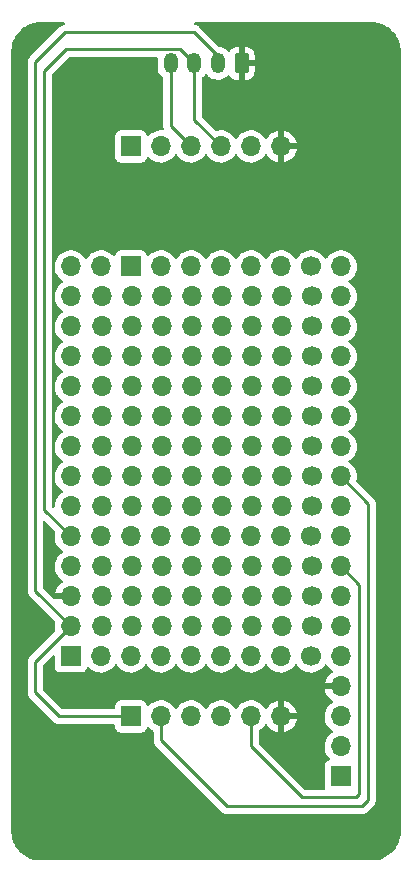
<source format=gbr>
%TF.GenerationSoftware,KiCad,Pcbnew,(6.0.4)*%
%TF.CreationDate,2022-04-21T22:00:58-04:00*%
%TF.ProjectId,firebeetle-shield,66697265-6265-4657-946c-652d73686965,rev?*%
%TF.SameCoordinates,Original*%
%TF.FileFunction,Copper,L1,Top*%
%TF.FilePolarity,Positive*%
%FSLAX46Y46*%
G04 Gerber Fmt 4.6, Leading zero omitted, Abs format (unit mm)*
G04 Created by KiCad (PCBNEW (6.0.4)) date 2022-04-21 22:00:58*
%MOMM*%
%LPD*%
G01*
G04 APERTURE LIST*
G04 Aperture macros list*
%AMRoundRect*
0 Rectangle with rounded corners*
0 $1 Rounding radius*
0 $2 $3 $4 $5 $6 $7 $8 $9 X,Y pos of 4 corners*
0 Add a 4 corners polygon primitive as box body*
4,1,4,$2,$3,$4,$5,$6,$7,$8,$9,$2,$3,0*
0 Add four circle primitives for the rounded corners*
1,1,$1+$1,$2,$3*
1,1,$1+$1,$4,$5*
1,1,$1+$1,$6,$7*
1,1,$1+$1,$8,$9*
0 Add four rect primitives between the rounded corners*
20,1,$1+$1,$2,$3,$4,$5,0*
20,1,$1+$1,$4,$5,$6,$7,0*
20,1,$1+$1,$6,$7,$8,$9,0*
20,1,$1+$1,$8,$9,$2,$3,0*%
G04 Aperture macros list end*
%TA.AperFunction,ComponentPad*%
%ADD10C,1.700000*%
%TD*%
%TA.AperFunction,ComponentPad*%
%ADD11O,1.700000X1.700000*%
%TD*%
%TA.AperFunction,ComponentPad*%
%ADD12R,1.700000X1.700000*%
%TD*%
%TA.AperFunction,ComponentPad*%
%ADD13RoundRect,0.250000X0.350000X0.625000X-0.350000X0.625000X-0.350000X-0.625000X0.350000X-0.625000X0*%
%TD*%
%TA.AperFunction,ComponentPad*%
%ADD14O,1.200000X1.750000*%
%TD*%
%TA.AperFunction,ViaPad*%
%ADD15C,0.800000*%
%TD*%
%TA.AperFunction,Conductor*%
%ADD16C,0.250000*%
%TD*%
G04 APERTURE END LIST*
D10*
%TO.P,REF\u002A\u002A,1*%
%TO.N,N/C*%
X123948658Y-151680000D03*
X123948658Y-146528857D03*
X123890000Y-144060000D03*
X123948658Y-149140000D03*
X123930908Y-141520000D03*
X123930908Y-131315969D03*
X123930908Y-126280000D03*
X123930908Y-123731678D03*
X123930908Y-133864291D03*
X123890000Y-154220000D03*
X123890000Y-121200000D03*
X123930908Y-128820000D03*
X123930908Y-136440000D03*
X123930908Y-138980000D03*
D11*
%TO.P,REF\u002A\u002A,2*%
X121390908Y-126280000D03*
X121390908Y-131315969D03*
X121350000Y-144060000D03*
X121390908Y-138980000D03*
X121408658Y-149140000D03*
X121390908Y-136440000D03*
X121390908Y-141520000D03*
X121390908Y-123731678D03*
X121408658Y-146528857D03*
X121390908Y-128820000D03*
X121350000Y-154220000D03*
X121390908Y-133864291D03*
X121350000Y-121200000D03*
X121408658Y-151680000D03*
%TO.P,REF\u002A\u002A,3*%
X118850908Y-138980000D03*
X118850908Y-128820000D03*
X118850908Y-131315969D03*
X118868658Y-146528857D03*
X118868658Y-149140000D03*
X118850908Y-133864291D03*
X118868658Y-151680000D03*
X118810000Y-144060000D03*
X118810000Y-121200000D03*
X118850908Y-141520000D03*
X118850908Y-136440000D03*
X118850908Y-126280000D03*
X118850908Y-123731678D03*
X118810000Y-154220000D03*
%TO.P,REF\u002A\u002A,4*%
X116270000Y-154220000D03*
X116328658Y-149140000D03*
X116328658Y-151680000D03*
X116270000Y-144060000D03*
X116310908Y-141520000D03*
X116310908Y-126280000D03*
X116310908Y-136440000D03*
X116328658Y-146528857D03*
X116270000Y-121200000D03*
X116310908Y-131315969D03*
X116310908Y-133864291D03*
X116310908Y-138980000D03*
X116310908Y-128820000D03*
X116310908Y-123731678D03*
%TO.P,REF\u002A\u002A,5*%
X113770908Y-138980000D03*
X113770908Y-126280000D03*
X113788658Y-146528857D03*
X113730000Y-154220000D03*
X113730000Y-144060000D03*
X113730000Y-121200000D03*
X113770908Y-141520000D03*
X113770908Y-133864291D03*
X113770908Y-128820000D03*
X113770908Y-136440000D03*
X113788658Y-151680000D03*
X113770908Y-131315969D03*
X113770908Y-123731678D03*
X113788658Y-149140000D03*
%TO.P,REF\u002A\u002A,6*%
X111230908Y-141520000D03*
X111230908Y-123731678D03*
X111230908Y-138980000D03*
X111248658Y-151680000D03*
X111230908Y-136440000D03*
X111230908Y-131315969D03*
X111248658Y-146528857D03*
X111230908Y-133864291D03*
X111190000Y-144060000D03*
X111248658Y-149140000D03*
X111230908Y-126280000D03*
X111190000Y-154220000D03*
X111190000Y-121200000D03*
X111230908Y-128820000D03*
%TO.P,REF\u002A\u002A,7*%
X108690908Y-126280000D03*
X108690908Y-128820000D03*
D12*
%TO.N,32K*%
X108650000Y-121200000D03*
D11*
%TO.N,N/C*%
X108708658Y-149140000D03*
X108650000Y-154220000D03*
X108690908Y-138980000D03*
X108690908Y-136440000D03*
X108708658Y-146528857D03*
X108690908Y-141520000D03*
X108708658Y-151680000D03*
X108690908Y-131315969D03*
X108650000Y-144060000D03*
X108690908Y-133864291D03*
X108690908Y-123731678D03*
%TO.P,REF\u002A\u002A,8*%
X106150908Y-141520000D03*
X106110000Y-144060000D03*
X106150908Y-126280000D03*
X106150908Y-128820000D03*
X106168658Y-146528857D03*
X106110000Y-154220000D03*
X106150908Y-136440000D03*
X106150908Y-138980000D03*
X106150908Y-131315969D03*
X106150908Y-133864291D03*
X106168658Y-151680000D03*
X106150908Y-123731678D03*
X106168658Y-149140000D03*
X106110000Y-121200000D03*
%TD*%
D12*
%TO.P,J2,1,Pin_1*%
%TO.N,Net-(J2-Pad1)*%
X108650000Y-111040000D03*
D11*
%TO.P,J2,2,Pin_2*%
%TO.N,Net-(J2-Pad2)*%
X111190000Y-111040000D03*
%TO.P,J2,3,Pin_3*%
%TO.N,SCL*%
X113730000Y-111040000D03*
%TO.P,J2,4,Pin_4*%
%TO.N,SDA*%
X116270000Y-111040000D03*
%TO.P,J2,5,Pin_5*%
%TO.N,Net-(J2-Pad5)*%
X118810000Y-111040000D03*
%TO.P,J2,6,Pin_6*%
%TO.N,GND*%
X121350000Y-111040000D03*
%TD*%
D13*
%TO.P,J3,1,Pin_1*%
%TO.N,GND*%
X118000000Y-104000000D03*
D14*
%TO.P,J3,2,Pin_2*%
%TO.N,3V3*%
X116000000Y-104000000D03*
%TO.P,J3,3,Pin_3*%
%TO.N,SDA*%
X114000000Y-104000000D03*
%TO.P,J3,4,Pin_4*%
%TO.N,SCL*%
X112000000Y-104000000D03*
%TD*%
D12*
%TO.P,J4,1,Pin_1*%
%TO.N,3V3*%
X108650000Y-159300000D03*
D11*
%TO.P,J4,2,Pin_2*%
%TO.N,CS*%
X111190000Y-159300000D03*
%TO.P,J4,3,Pin_3*%
%TO.N,MOSI*%
X113730000Y-159300000D03*
%TO.P,J4,4,Pin_4*%
%TO.N,SCK*%
X116270000Y-159300000D03*
%TO.P,J4,5,Pin_5*%
%TO.N,MISO*%
X118810000Y-159300000D03*
%TO.P,J4,6,Pin_6*%
%TO.N,GND*%
X121350000Y-159300000D03*
%TD*%
D12*
%TO.P,J5,1,Pin_1*%
%TO.N,RST*%
X126405000Y-164370000D03*
D11*
%TO.P,J5,2,Pin_2*%
%TO.N,3V3*%
X126405000Y-161830000D03*
%TO.P,J5,3,Pin_3*%
%TO.N,NONE*%
X126405000Y-159290000D03*
%TO.P,J5,4,Pin_4*%
%TO.N,GND*%
X126405000Y-156750000D03*
%TO.P,J5,5,Pin_5*%
%TO.N,EN*%
X126405000Y-154210000D03*
%TO.P,J5,6,Pin_6*%
%TO.N,SCK*%
X126405000Y-151670000D03*
%TO.P,J5,7,Pin_7*%
%TO.N,MOSI*%
X126405000Y-149130000D03*
%TO.P,J5,8,Pin_8*%
%TO.N,MISO*%
X126405000Y-146590000D03*
%TO.P,J5,9,Pin_9*%
%TO.N,SCL*%
X126405000Y-144050000D03*
%TO.P,J5,10,Pin_10*%
%TO.N,SDA*%
X126405000Y-141510000D03*
%TO.P,J5,11,Pin_11*%
%TO.N,CS*%
X126405000Y-138970000D03*
%TO.P,J5,12,Pin_12*%
%TO.N,D7*%
X126405000Y-136430000D03*
%TO.P,J5,13,Pin_13*%
%TO.N,D6*%
X126405000Y-133890000D03*
%TO.P,J5,14,Pin_14*%
%TO.N,D5*%
X126405000Y-131350000D03*
%TO.P,J5,15,Pin_15*%
%TO.N,D3*%
X126405000Y-128810000D03*
%TO.P,J5,16,Pin_16*%
%TO.N,D2*%
X126405000Y-126270000D03*
%TO.P,J5,17,Pin_17*%
%TO.N,TX*%
X126405000Y-123730000D03*
%TO.P,J5,18,Pin_18*%
%TO.N,RX*%
X126405000Y-121190000D03*
%TD*%
D12*
%TO.P,J1,1,Pin_1*%
%TO.N,VCC*%
X103545000Y-154210000D03*
D11*
%TO.P,J1,2,Pin_2*%
%TO.N,3V3*%
X103545000Y-151670000D03*
%TO.P,J1,3,Pin_3*%
%TO.N,GND*%
X103545000Y-149130000D03*
%TO.P,J1,4,Pin_4*%
%TO.N,SCL*%
X103545000Y-146590000D03*
%TO.P,J1,5,Pin_5*%
%TO.N,SDA*%
X103545000Y-144050000D03*
%TO.P,J1,6,Pin_6*%
%TO.N,A4*%
X103545000Y-141510000D03*
%TO.P,J1,7,Pin_7*%
%TO.N,A3*%
X103545000Y-138970000D03*
%TO.P,J1,8,Pin_8*%
%TO.N,A2*%
X103545000Y-136430000D03*
%TO.P,J1,9,Pin_9*%
%TO.N,A1*%
X103545000Y-133890000D03*
%TO.P,J1,10,Pin_10*%
%TO.N,A0*%
X103545000Y-131350000D03*
%TO.P,J1,11,Pin_11*%
%TO.N,D13*%
X103545000Y-128810000D03*
%TO.P,J1,12,Pin_12*%
%TO.N,D12*%
X103545000Y-126270000D03*
%TO.P,J1,13,Pin_13*%
%TO.N,D11*%
X103545000Y-123730000D03*
%TO.P,J1,14,Pin_14*%
%TO.N,D10*%
X103545000Y-121190000D03*
%TD*%
D15*
%TO.N,GND*%
X115000000Y-156506000D03*
X103824000Y-111040000D03*
X129478000Y-111040000D03*
%TD*%
D16*
%TO.N,SDA*%
X101284000Y-141789000D02*
X103545000Y-144050000D01*
X101284000Y-104690000D02*
X101284000Y-141789000D01*
X103173520Y-102800480D02*
X101284000Y-104690000D01*
X114000000Y-104000000D02*
X112800480Y-102800480D01*
X112800480Y-102800480D02*
X103173520Y-102800480D01*
X114000000Y-108770000D02*
X116270000Y-111040000D01*
X114000000Y-104000000D02*
X114000000Y-108770000D01*
%TO.N,SCL*%
X112000000Y-109310000D02*
X113730000Y-111040000D01*
X112000000Y-104000000D02*
X112000000Y-109310000D01*
%TO.N,MISO*%
X123128000Y-166158000D02*
X118810000Y-161840000D01*
X127954000Y-165904000D02*
X127700000Y-166158000D01*
X127700000Y-166158000D02*
X123128000Y-166158000D01*
X126405000Y-146590000D02*
X127954000Y-148139000D01*
X127954000Y-148139000D02*
X127954000Y-165904000D01*
X118810000Y-161840000D02*
X118810000Y-159300000D01*
%TO.N,3V3*%
X103545000Y-151670000D02*
X100522000Y-148647000D01*
X100522000Y-157268000D02*
X100522000Y-154693000D01*
X100522000Y-148647000D02*
X100522000Y-103928000D01*
X103062000Y-101388000D02*
X113984000Y-101388000D01*
X116000000Y-103404000D02*
X116000000Y-104000000D01*
X113984000Y-101388000D02*
X116000000Y-103404000D01*
X100522000Y-154693000D02*
X103545000Y-151670000D01*
X108650000Y-159300000D02*
X102554000Y-159300000D01*
X102554000Y-159300000D02*
X100522000Y-157268000D01*
X100522000Y-103928000D02*
X103062000Y-101388000D01*
%TO.N,CS*%
X128716000Y-166412000D02*
X128208000Y-166920000D01*
X128716000Y-141281000D02*
X128716000Y-166412000D01*
X111190000Y-161332000D02*
X111190000Y-159300000D01*
X126405000Y-138970000D02*
X128716000Y-141281000D01*
X116778000Y-166920000D02*
X111190000Y-161332000D01*
X128208000Y-166920000D02*
X116778000Y-166920000D01*
%TD*%
%TA.AperFunction,Conductor*%
%TO.N,GND*%
G36*
X103006633Y-100528502D02*
G01*
X103053126Y-100582158D01*
X103063230Y-100652432D01*
X103033736Y-100717012D01*
X102974010Y-100755396D01*
X102965967Y-100757206D01*
X102962110Y-100757327D01*
X102944454Y-100762456D01*
X102942658Y-100762978D01*
X102923306Y-100766986D01*
X102911068Y-100768532D01*
X102911066Y-100768533D01*
X102903203Y-100769526D01*
X102862086Y-100785806D01*
X102850885Y-100789641D01*
X102808406Y-100801982D01*
X102801587Y-100806015D01*
X102801582Y-100806017D01*
X102790971Y-100812293D01*
X102773221Y-100820990D01*
X102754383Y-100828448D01*
X102747967Y-100833109D01*
X102747966Y-100833110D01*
X102718625Y-100854428D01*
X102708701Y-100860947D01*
X102677460Y-100879422D01*
X102677455Y-100879426D01*
X102670637Y-100883458D01*
X102656313Y-100897782D01*
X102641281Y-100910621D01*
X102624893Y-100922528D01*
X102602550Y-100949536D01*
X102596712Y-100956593D01*
X102588722Y-100965373D01*
X100129747Y-103424348D01*
X100121461Y-103431888D01*
X100114982Y-103436000D01*
X100109557Y-103441777D01*
X100068357Y-103485651D01*
X100065602Y-103488493D01*
X100045865Y-103508230D01*
X100043385Y-103511427D01*
X100035682Y-103520447D01*
X100005414Y-103552679D01*
X100001595Y-103559625D01*
X100001593Y-103559628D01*
X99995652Y-103570434D01*
X99984801Y-103586953D01*
X99972386Y-103602959D01*
X99969241Y-103610228D01*
X99969238Y-103610232D01*
X99954826Y-103643537D01*
X99949609Y-103654187D01*
X99928305Y-103692940D01*
X99926334Y-103700615D01*
X99926334Y-103700616D01*
X99923267Y-103712562D01*
X99916863Y-103731266D01*
X99908819Y-103749855D01*
X99907580Y-103757678D01*
X99907577Y-103757688D01*
X99901901Y-103793524D01*
X99899495Y-103805144D01*
X99888500Y-103847970D01*
X99888500Y-103868224D01*
X99886949Y-103887934D01*
X99883780Y-103907943D01*
X99884526Y-103915835D01*
X99887941Y-103951961D01*
X99888500Y-103963819D01*
X99888500Y-148568233D01*
X99887973Y-148579416D01*
X99886298Y-148586909D01*
X99886547Y-148594835D01*
X99886547Y-148594836D01*
X99888438Y-148654986D01*
X99888500Y-148658945D01*
X99888500Y-148686856D01*
X99888997Y-148690790D01*
X99888997Y-148690791D01*
X99889005Y-148690856D01*
X99889938Y-148702693D01*
X99891327Y-148746889D01*
X99896978Y-148766339D01*
X99900987Y-148785700D01*
X99903526Y-148805797D01*
X99906445Y-148813168D01*
X99906445Y-148813170D01*
X99919804Y-148846912D01*
X99923649Y-148858142D01*
X99928837Y-148876000D01*
X99935982Y-148900593D01*
X99940015Y-148907412D01*
X99940017Y-148907417D01*
X99946293Y-148918028D01*
X99954988Y-148935776D01*
X99962448Y-148954617D01*
X99967110Y-148961033D01*
X99967110Y-148961034D01*
X99988436Y-148990387D01*
X99994952Y-149000307D01*
X100017458Y-149038362D01*
X100031779Y-149052683D01*
X100044619Y-149067716D01*
X100056528Y-149084107D01*
X100062634Y-149089158D01*
X100090605Y-149112298D01*
X100099384Y-149120288D01*
X102194778Y-151215682D01*
X102228804Y-151277994D01*
X102227100Y-151338448D01*
X102205989Y-151414570D01*
X102182251Y-151636695D01*
X102195110Y-151859715D01*
X102196247Y-151864761D01*
X102196248Y-151864767D01*
X102228453Y-152007668D01*
X102223917Y-152078520D01*
X102194631Y-152124464D01*
X100129747Y-154189348D01*
X100121461Y-154196888D01*
X100114982Y-154201000D01*
X100109557Y-154206777D01*
X100068357Y-154250651D01*
X100065602Y-154253493D01*
X100045865Y-154273230D01*
X100043385Y-154276427D01*
X100035682Y-154285447D01*
X100005414Y-154317679D01*
X100001595Y-154324625D01*
X100001593Y-154324628D01*
X99995652Y-154335434D01*
X99984801Y-154351953D01*
X99972386Y-154367959D01*
X99969241Y-154375228D01*
X99969238Y-154375232D01*
X99954826Y-154408537D01*
X99949609Y-154419187D01*
X99928305Y-154457940D01*
X99926334Y-154465615D01*
X99926334Y-154465616D01*
X99923267Y-154477562D01*
X99916863Y-154496266D01*
X99908819Y-154514855D01*
X99907580Y-154522678D01*
X99907577Y-154522688D01*
X99901901Y-154558524D01*
X99899495Y-154570144D01*
X99888500Y-154612970D01*
X99888500Y-154633224D01*
X99886949Y-154652934D01*
X99883780Y-154672943D01*
X99884526Y-154680835D01*
X99887941Y-154716961D01*
X99888500Y-154728819D01*
X99888500Y-157189233D01*
X99887973Y-157200416D01*
X99886298Y-157207909D01*
X99886547Y-157215835D01*
X99886547Y-157215836D01*
X99888438Y-157275986D01*
X99888500Y-157279945D01*
X99888500Y-157307856D01*
X99888997Y-157311790D01*
X99888997Y-157311791D01*
X99889005Y-157311856D01*
X99889938Y-157323693D01*
X99891327Y-157367889D01*
X99896978Y-157387339D01*
X99900987Y-157406700D01*
X99903526Y-157426797D01*
X99906445Y-157434168D01*
X99906445Y-157434170D01*
X99919804Y-157467912D01*
X99923649Y-157479142D01*
X99935982Y-157521593D01*
X99940015Y-157528412D01*
X99940017Y-157528417D01*
X99946293Y-157539028D01*
X99954988Y-157556776D01*
X99962448Y-157575617D01*
X99967110Y-157582033D01*
X99967110Y-157582034D01*
X99988436Y-157611387D01*
X99994952Y-157621307D01*
X100017458Y-157659362D01*
X100031779Y-157673683D01*
X100044619Y-157688716D01*
X100056528Y-157705107D01*
X100062634Y-157710158D01*
X100090605Y-157733298D01*
X100099384Y-157741288D01*
X102050348Y-159692253D01*
X102057888Y-159700539D01*
X102062000Y-159707018D01*
X102067777Y-159712443D01*
X102111651Y-159753643D01*
X102114493Y-159756398D01*
X102134230Y-159776135D01*
X102137427Y-159778615D01*
X102146447Y-159786318D01*
X102178679Y-159816586D01*
X102185625Y-159820405D01*
X102185628Y-159820407D01*
X102196434Y-159826348D01*
X102212953Y-159837199D01*
X102228959Y-159849614D01*
X102236228Y-159852759D01*
X102236232Y-159852762D01*
X102269537Y-159867174D01*
X102280187Y-159872391D01*
X102318940Y-159893695D01*
X102326615Y-159895666D01*
X102326616Y-159895666D01*
X102338562Y-159898733D01*
X102357267Y-159905137D01*
X102375855Y-159913181D01*
X102383678Y-159914420D01*
X102383688Y-159914423D01*
X102419524Y-159920099D01*
X102431144Y-159922505D01*
X102466289Y-159931528D01*
X102473970Y-159933500D01*
X102494224Y-159933500D01*
X102513934Y-159935051D01*
X102533943Y-159938220D01*
X102541835Y-159937474D01*
X102577961Y-159934059D01*
X102589819Y-159933500D01*
X107165500Y-159933500D01*
X107233621Y-159953502D01*
X107280114Y-160007158D01*
X107291500Y-160059500D01*
X107291500Y-160198134D01*
X107298255Y-160260316D01*
X107349385Y-160396705D01*
X107436739Y-160513261D01*
X107553295Y-160600615D01*
X107689684Y-160651745D01*
X107751866Y-160658500D01*
X109548134Y-160658500D01*
X109610316Y-160651745D01*
X109746705Y-160600615D01*
X109863261Y-160513261D01*
X109950615Y-160396705D01*
X109972799Y-160337529D01*
X109994598Y-160279382D01*
X110037240Y-160222618D01*
X110103802Y-160197918D01*
X110173150Y-160213126D01*
X110207817Y-160241114D01*
X110236250Y-160273938D01*
X110408126Y-160416632D01*
X110494070Y-160466853D01*
X110542794Y-160518491D01*
X110556500Y-160575641D01*
X110556500Y-161253233D01*
X110555973Y-161264416D01*
X110554298Y-161271909D01*
X110554547Y-161279835D01*
X110554547Y-161279836D01*
X110556438Y-161339986D01*
X110556500Y-161343945D01*
X110556500Y-161371856D01*
X110556997Y-161375790D01*
X110556997Y-161375791D01*
X110557005Y-161375856D01*
X110557938Y-161387693D01*
X110559327Y-161431889D01*
X110564978Y-161451339D01*
X110568987Y-161470700D01*
X110571526Y-161490797D01*
X110574445Y-161498168D01*
X110574445Y-161498170D01*
X110587804Y-161531912D01*
X110591649Y-161543142D01*
X110601658Y-161577595D01*
X110603982Y-161585593D01*
X110608015Y-161592412D01*
X110608017Y-161592417D01*
X110614293Y-161603028D01*
X110622988Y-161620776D01*
X110630448Y-161639617D01*
X110635110Y-161646033D01*
X110635110Y-161646034D01*
X110656436Y-161675387D01*
X110662952Y-161685307D01*
X110685458Y-161723362D01*
X110699779Y-161737683D01*
X110712619Y-161752716D01*
X110724528Y-161769107D01*
X110751671Y-161791562D01*
X110758605Y-161797298D01*
X110767384Y-161805288D01*
X116274343Y-167312247D01*
X116281887Y-167320537D01*
X116286000Y-167327018D01*
X116291777Y-167332443D01*
X116335667Y-167373658D01*
X116338509Y-167376413D01*
X116358230Y-167396134D01*
X116361425Y-167398612D01*
X116370447Y-167406318D01*
X116402679Y-167436586D01*
X116409628Y-167440406D01*
X116420432Y-167446346D01*
X116436956Y-167457199D01*
X116452959Y-167469613D01*
X116493543Y-167487176D01*
X116504173Y-167492383D01*
X116542940Y-167513695D01*
X116550617Y-167515666D01*
X116550622Y-167515668D01*
X116562558Y-167518732D01*
X116581266Y-167525137D01*
X116599855Y-167533181D01*
X116607680Y-167534420D01*
X116607682Y-167534421D01*
X116643519Y-167540097D01*
X116655140Y-167542504D01*
X116686959Y-167550673D01*
X116697970Y-167553500D01*
X116718231Y-167553500D01*
X116737940Y-167555051D01*
X116757943Y-167558219D01*
X116765835Y-167557473D01*
X116771062Y-167556979D01*
X116801954Y-167554059D01*
X116813811Y-167553500D01*
X128129233Y-167553500D01*
X128140416Y-167554027D01*
X128147909Y-167555702D01*
X128155835Y-167555453D01*
X128155836Y-167555453D01*
X128215986Y-167553562D01*
X128219945Y-167553500D01*
X128247856Y-167553500D01*
X128251791Y-167553003D01*
X128251856Y-167552995D01*
X128263693Y-167552062D01*
X128295951Y-167551048D01*
X128299970Y-167550922D01*
X128307889Y-167550673D01*
X128327343Y-167545021D01*
X128346700Y-167541013D01*
X128358930Y-167539468D01*
X128358931Y-167539468D01*
X128366797Y-167538474D01*
X128374168Y-167535555D01*
X128374170Y-167535555D01*
X128407912Y-167522196D01*
X128419142Y-167518351D01*
X128453983Y-167508229D01*
X128453984Y-167508229D01*
X128461593Y-167506018D01*
X128468412Y-167501985D01*
X128468417Y-167501983D01*
X128479028Y-167495707D01*
X128496776Y-167487012D01*
X128515617Y-167479552D01*
X128535987Y-167464753D01*
X128551387Y-167453564D01*
X128561307Y-167447048D01*
X128592535Y-167428580D01*
X128592538Y-167428578D01*
X128599362Y-167424542D01*
X128613683Y-167410221D01*
X128628717Y-167397380D01*
X128630432Y-167396134D01*
X128645107Y-167385472D01*
X128673298Y-167351395D01*
X128681288Y-167342616D01*
X129108247Y-166915657D01*
X129116537Y-166908113D01*
X129123018Y-166904000D01*
X129169659Y-166854332D01*
X129172413Y-166851491D01*
X129192134Y-166831770D01*
X129194612Y-166828575D01*
X129202318Y-166819553D01*
X129227158Y-166793101D01*
X129232586Y-166787321D01*
X129242346Y-166769568D01*
X129253199Y-166753045D01*
X129260753Y-166743306D01*
X129265613Y-166737041D01*
X129283176Y-166696457D01*
X129288383Y-166685827D01*
X129309695Y-166647060D01*
X129311666Y-166639383D01*
X129311668Y-166639378D01*
X129314732Y-166627442D01*
X129321138Y-166608730D01*
X129326034Y-166597417D01*
X129329181Y-166590145D01*
X129336097Y-166546481D01*
X129338504Y-166534860D01*
X129347528Y-166499711D01*
X129347528Y-166499710D01*
X129349500Y-166492030D01*
X129349500Y-166471769D01*
X129351051Y-166452058D01*
X129352979Y-166439885D01*
X129354219Y-166432057D01*
X129350059Y-166388046D01*
X129349500Y-166376189D01*
X129349500Y-141359768D01*
X129350027Y-141348585D01*
X129351702Y-141341092D01*
X129349562Y-141273001D01*
X129349500Y-141269044D01*
X129349500Y-141241144D01*
X129348996Y-141237153D01*
X129348063Y-141225311D01*
X129346923Y-141189036D01*
X129346674Y-141181111D01*
X129341021Y-141161652D01*
X129337012Y-141142293D01*
X129336846Y-141140983D01*
X129334474Y-141122203D01*
X129331558Y-141114837D01*
X129331556Y-141114831D01*
X129318200Y-141081098D01*
X129314355Y-141069868D01*
X129304230Y-141035017D01*
X129304230Y-141035016D01*
X129302019Y-141027407D01*
X129291705Y-141009966D01*
X129283008Y-140992213D01*
X129278472Y-140980758D01*
X129275552Y-140973383D01*
X129249563Y-140937612D01*
X129243047Y-140927692D01*
X129224578Y-140896463D01*
X129220542Y-140889638D01*
X129206221Y-140875317D01*
X129193380Y-140860283D01*
X129186131Y-140850306D01*
X129181472Y-140843893D01*
X129147395Y-140815702D01*
X129138616Y-140807712D01*
X127756218Y-139425313D01*
X127722192Y-139363001D01*
X127724755Y-139299589D01*
X127735865Y-139263022D01*
X127737370Y-139258069D01*
X127766529Y-139036590D01*
X127768156Y-138970000D01*
X127749852Y-138747361D01*
X127695431Y-138530702D01*
X127606354Y-138325840D01*
X127494288Y-138152612D01*
X127487822Y-138142617D01*
X127487820Y-138142614D01*
X127485014Y-138138277D01*
X127334670Y-137973051D01*
X127330619Y-137969852D01*
X127330615Y-137969848D01*
X127163414Y-137837800D01*
X127163410Y-137837798D01*
X127159359Y-137834598D01*
X127118053Y-137811796D01*
X127068084Y-137761364D01*
X127053312Y-137691921D01*
X127078428Y-137625516D01*
X127105780Y-137598909D01*
X127169684Y-137553327D01*
X127284860Y-137471173D01*
X127443096Y-137313489D01*
X127502594Y-137230689D01*
X127570435Y-137136277D01*
X127573453Y-137132077D01*
X127595423Y-137087625D01*
X127670136Y-136936453D01*
X127670137Y-136936451D01*
X127672430Y-136931811D01*
X127737370Y-136718069D01*
X127766529Y-136496590D01*
X127768156Y-136430000D01*
X127749852Y-136207361D01*
X127695431Y-135990702D01*
X127606354Y-135785840D01*
X127494288Y-135612612D01*
X127487822Y-135602617D01*
X127487820Y-135602614D01*
X127485014Y-135598277D01*
X127334670Y-135433051D01*
X127330619Y-135429852D01*
X127330615Y-135429848D01*
X127163414Y-135297800D01*
X127163410Y-135297798D01*
X127159359Y-135294598D01*
X127118053Y-135271796D01*
X127068084Y-135221364D01*
X127053312Y-135151921D01*
X127078428Y-135085516D01*
X127105780Y-135058909D01*
X127149603Y-135027650D01*
X127284860Y-134931173D01*
X127443096Y-134773489D01*
X127502594Y-134690689D01*
X127570435Y-134596277D01*
X127573453Y-134592077D01*
X127606771Y-134524664D01*
X127670136Y-134396453D01*
X127670137Y-134396451D01*
X127672430Y-134391811D01*
X127737370Y-134178069D01*
X127766529Y-133956590D01*
X127768156Y-133890000D01*
X127749852Y-133667361D01*
X127695431Y-133450702D01*
X127606354Y-133245840D01*
X127529806Y-133127515D01*
X127487822Y-133062617D01*
X127487820Y-133062614D01*
X127485014Y-133058277D01*
X127334670Y-132893051D01*
X127330619Y-132889852D01*
X127330615Y-132889848D01*
X127163414Y-132757800D01*
X127163410Y-132757798D01*
X127159359Y-132754598D01*
X127118053Y-132731796D01*
X127068084Y-132681364D01*
X127053312Y-132611921D01*
X127078428Y-132545516D01*
X127105780Y-132518909D01*
X127160544Y-132479846D01*
X127284860Y-132391173D01*
X127443096Y-132233489D01*
X127470566Y-132195261D01*
X127570435Y-132056277D01*
X127573453Y-132052077D01*
X127611139Y-131975826D01*
X127670136Y-131856453D01*
X127670137Y-131856451D01*
X127672430Y-131851811D01*
X127737370Y-131638069D01*
X127766529Y-131416590D01*
X127768156Y-131350000D01*
X127749852Y-131127361D01*
X127695431Y-130910702D01*
X127606354Y-130705840D01*
X127485014Y-130518277D01*
X127334670Y-130353051D01*
X127330619Y-130349852D01*
X127330615Y-130349848D01*
X127163414Y-130217800D01*
X127163410Y-130217798D01*
X127159359Y-130214598D01*
X127118053Y-130191796D01*
X127068084Y-130141364D01*
X127053312Y-130071921D01*
X127078428Y-130005516D01*
X127105780Y-129978909D01*
X127169684Y-129933327D01*
X127284860Y-129851173D01*
X127443096Y-129693489D01*
X127502594Y-129610689D01*
X127570435Y-129516277D01*
X127573453Y-129512077D01*
X127595423Y-129467625D01*
X127670136Y-129316453D01*
X127670137Y-129316451D01*
X127672430Y-129311811D01*
X127737370Y-129098069D01*
X127766529Y-128876590D01*
X127768156Y-128810000D01*
X127749852Y-128587361D01*
X127695431Y-128370702D01*
X127606354Y-128165840D01*
X127494288Y-127992612D01*
X127487822Y-127982617D01*
X127487820Y-127982614D01*
X127485014Y-127978277D01*
X127334670Y-127813051D01*
X127330619Y-127809852D01*
X127330615Y-127809848D01*
X127163414Y-127677800D01*
X127163410Y-127677798D01*
X127159359Y-127674598D01*
X127118053Y-127651796D01*
X127068084Y-127601364D01*
X127053312Y-127531921D01*
X127078428Y-127465516D01*
X127105780Y-127438909D01*
X127169684Y-127393327D01*
X127284860Y-127311173D01*
X127443096Y-127153489D01*
X127502594Y-127070689D01*
X127570435Y-126976277D01*
X127573453Y-126972077D01*
X127595423Y-126927625D01*
X127670136Y-126776453D01*
X127670137Y-126776451D01*
X127672430Y-126771811D01*
X127737370Y-126558069D01*
X127766529Y-126336590D01*
X127768156Y-126270000D01*
X127749852Y-126047361D01*
X127695431Y-125830702D01*
X127606354Y-125625840D01*
X127494288Y-125452612D01*
X127487822Y-125442617D01*
X127487820Y-125442614D01*
X127485014Y-125438277D01*
X127334670Y-125273051D01*
X127330619Y-125269852D01*
X127330615Y-125269848D01*
X127163414Y-125137800D01*
X127163410Y-125137798D01*
X127159359Y-125134598D01*
X127118053Y-125111796D01*
X127068084Y-125061364D01*
X127053312Y-124991921D01*
X127078428Y-124925516D01*
X127105780Y-124898909D01*
X127173058Y-124850920D01*
X127284860Y-124771173D01*
X127350647Y-124705616D01*
X127439435Y-124617137D01*
X127443096Y-124613489D01*
X127501389Y-124532366D01*
X127570435Y-124436277D01*
X127573453Y-124432077D01*
X127599536Y-124379303D01*
X127670136Y-124236453D01*
X127670137Y-124236451D01*
X127672430Y-124231811D01*
X127737370Y-124018069D01*
X127766529Y-123796590D01*
X127768156Y-123730000D01*
X127749852Y-123507361D01*
X127695431Y-123290702D01*
X127606354Y-123085840D01*
X127536772Y-122978282D01*
X127487822Y-122902617D01*
X127487820Y-122902614D01*
X127485014Y-122898277D01*
X127334670Y-122733051D01*
X127330619Y-122729852D01*
X127330615Y-122729848D01*
X127163414Y-122597800D01*
X127163410Y-122597798D01*
X127159359Y-122594598D01*
X127118053Y-122571796D01*
X127068084Y-122521364D01*
X127053312Y-122451921D01*
X127078428Y-122385516D01*
X127105780Y-122358909D01*
X127169684Y-122313327D01*
X127284860Y-122231173D01*
X127443096Y-122073489D01*
X127502594Y-121990689D01*
X127570435Y-121896277D01*
X127573453Y-121892077D01*
X127587513Y-121863630D01*
X127670136Y-121696453D01*
X127670137Y-121696451D01*
X127672430Y-121691811D01*
X127737370Y-121478069D01*
X127766529Y-121256590D01*
X127768156Y-121190000D01*
X127749852Y-120967361D01*
X127695431Y-120750702D01*
X127606354Y-120545840D01*
X127560963Y-120475676D01*
X127487822Y-120362617D01*
X127487820Y-120362614D01*
X127485014Y-120358277D01*
X127334670Y-120193051D01*
X127330619Y-120189852D01*
X127330615Y-120189848D01*
X127163414Y-120057800D01*
X127163410Y-120057798D01*
X127159359Y-120054598D01*
X127140375Y-120044118D01*
X127107136Y-120025769D01*
X126963789Y-119946638D01*
X126958920Y-119944914D01*
X126958916Y-119944912D01*
X126758087Y-119873795D01*
X126758083Y-119873794D01*
X126753212Y-119872069D01*
X126748119Y-119871162D01*
X126748116Y-119871161D01*
X126538373Y-119833800D01*
X126538367Y-119833799D01*
X126533284Y-119832894D01*
X126459452Y-119831992D01*
X126315081Y-119830228D01*
X126315079Y-119830228D01*
X126309911Y-119830165D01*
X126089091Y-119863955D01*
X125876756Y-119933357D01*
X125678607Y-120036507D01*
X125674474Y-120039610D01*
X125674471Y-120039612D01*
X125578455Y-120111703D01*
X125499965Y-120170635D01*
X125496393Y-120174373D01*
X125387653Y-120288163D01*
X125345629Y-120332138D01*
X125320977Y-120368277D01*
X125247714Y-120475676D01*
X125192803Y-120520678D01*
X125122278Y-120528849D01*
X125058531Y-120497595D01*
X125037834Y-120473111D01*
X124972822Y-120372617D01*
X124972820Y-120372614D01*
X124970014Y-120368277D01*
X124819670Y-120203051D01*
X124815619Y-120199852D01*
X124815615Y-120199848D01*
X124648414Y-120067800D01*
X124648410Y-120067798D01*
X124644359Y-120064598D01*
X124632045Y-120057800D01*
X124589144Y-120034118D01*
X124448789Y-119956638D01*
X124443920Y-119954914D01*
X124443916Y-119954912D01*
X124243087Y-119883795D01*
X124243083Y-119883794D01*
X124238212Y-119882069D01*
X124233119Y-119881162D01*
X124233116Y-119881161D01*
X124023373Y-119843800D01*
X124023367Y-119843799D01*
X124018284Y-119842894D01*
X123944452Y-119841992D01*
X123800081Y-119840228D01*
X123800079Y-119840228D01*
X123794911Y-119840165D01*
X123574091Y-119873955D01*
X123361756Y-119943357D01*
X123163607Y-120046507D01*
X123159474Y-120049610D01*
X123159471Y-120049612D01*
X122993305Y-120174373D01*
X122984965Y-120180635D01*
X122945525Y-120221907D01*
X122836107Y-120336406D01*
X122830629Y-120342138D01*
X122723201Y-120499621D01*
X122668293Y-120544621D01*
X122597768Y-120552792D01*
X122534021Y-120521538D01*
X122513324Y-120497054D01*
X122432822Y-120372617D01*
X122432820Y-120372614D01*
X122430014Y-120368277D01*
X122279670Y-120203051D01*
X122275619Y-120199852D01*
X122275615Y-120199848D01*
X122108414Y-120067800D01*
X122108410Y-120067798D01*
X122104359Y-120064598D01*
X122092045Y-120057800D01*
X122049144Y-120034118D01*
X121908789Y-119956638D01*
X121903920Y-119954914D01*
X121903916Y-119954912D01*
X121703087Y-119883795D01*
X121703083Y-119883794D01*
X121698212Y-119882069D01*
X121693119Y-119881162D01*
X121693116Y-119881161D01*
X121483373Y-119843800D01*
X121483367Y-119843799D01*
X121478284Y-119842894D01*
X121404452Y-119841992D01*
X121260081Y-119840228D01*
X121260079Y-119840228D01*
X121254911Y-119840165D01*
X121034091Y-119873955D01*
X120821756Y-119943357D01*
X120623607Y-120046507D01*
X120619474Y-120049610D01*
X120619471Y-120049612D01*
X120453305Y-120174373D01*
X120444965Y-120180635D01*
X120405525Y-120221907D01*
X120296107Y-120336406D01*
X120290629Y-120342138D01*
X120183201Y-120499621D01*
X120128293Y-120544621D01*
X120057768Y-120552792D01*
X119994021Y-120521538D01*
X119973324Y-120497054D01*
X119892822Y-120372617D01*
X119892820Y-120372614D01*
X119890014Y-120368277D01*
X119739670Y-120203051D01*
X119735619Y-120199852D01*
X119735615Y-120199848D01*
X119568414Y-120067800D01*
X119568410Y-120067798D01*
X119564359Y-120064598D01*
X119552045Y-120057800D01*
X119509144Y-120034118D01*
X119368789Y-119956638D01*
X119363920Y-119954914D01*
X119363916Y-119954912D01*
X119163087Y-119883795D01*
X119163083Y-119883794D01*
X119158212Y-119882069D01*
X119153119Y-119881162D01*
X119153116Y-119881161D01*
X118943373Y-119843800D01*
X118943367Y-119843799D01*
X118938284Y-119842894D01*
X118864452Y-119841992D01*
X118720081Y-119840228D01*
X118720079Y-119840228D01*
X118714911Y-119840165D01*
X118494091Y-119873955D01*
X118281756Y-119943357D01*
X118083607Y-120046507D01*
X118079474Y-120049610D01*
X118079471Y-120049612D01*
X117913305Y-120174373D01*
X117904965Y-120180635D01*
X117865525Y-120221907D01*
X117756107Y-120336406D01*
X117750629Y-120342138D01*
X117643201Y-120499621D01*
X117588293Y-120544621D01*
X117517768Y-120552792D01*
X117454021Y-120521538D01*
X117433324Y-120497054D01*
X117352822Y-120372617D01*
X117352820Y-120372614D01*
X117350014Y-120368277D01*
X117199670Y-120203051D01*
X117195619Y-120199852D01*
X117195615Y-120199848D01*
X117028414Y-120067800D01*
X117028410Y-120067798D01*
X117024359Y-120064598D01*
X117012045Y-120057800D01*
X116969144Y-120034118D01*
X116828789Y-119956638D01*
X116823920Y-119954914D01*
X116823916Y-119954912D01*
X116623087Y-119883795D01*
X116623083Y-119883794D01*
X116618212Y-119882069D01*
X116613119Y-119881162D01*
X116613116Y-119881161D01*
X116403373Y-119843800D01*
X116403367Y-119843799D01*
X116398284Y-119842894D01*
X116324452Y-119841992D01*
X116180081Y-119840228D01*
X116180079Y-119840228D01*
X116174911Y-119840165D01*
X115954091Y-119873955D01*
X115741756Y-119943357D01*
X115543607Y-120046507D01*
X115539474Y-120049610D01*
X115539471Y-120049612D01*
X115373305Y-120174373D01*
X115364965Y-120180635D01*
X115325525Y-120221907D01*
X115216107Y-120336406D01*
X115210629Y-120342138D01*
X115103201Y-120499621D01*
X115048293Y-120544621D01*
X114977768Y-120552792D01*
X114914021Y-120521538D01*
X114893324Y-120497054D01*
X114812822Y-120372617D01*
X114812820Y-120372614D01*
X114810014Y-120368277D01*
X114659670Y-120203051D01*
X114655619Y-120199852D01*
X114655615Y-120199848D01*
X114488414Y-120067800D01*
X114488410Y-120067798D01*
X114484359Y-120064598D01*
X114472045Y-120057800D01*
X114429144Y-120034118D01*
X114288789Y-119956638D01*
X114283920Y-119954914D01*
X114283916Y-119954912D01*
X114083087Y-119883795D01*
X114083083Y-119883794D01*
X114078212Y-119882069D01*
X114073119Y-119881162D01*
X114073116Y-119881161D01*
X113863373Y-119843800D01*
X113863367Y-119843799D01*
X113858284Y-119842894D01*
X113784452Y-119841992D01*
X113640081Y-119840228D01*
X113640079Y-119840228D01*
X113634911Y-119840165D01*
X113414091Y-119873955D01*
X113201756Y-119943357D01*
X113003607Y-120046507D01*
X112999474Y-120049610D01*
X112999471Y-120049612D01*
X112833305Y-120174373D01*
X112824965Y-120180635D01*
X112785525Y-120221907D01*
X112676107Y-120336406D01*
X112670629Y-120342138D01*
X112563201Y-120499621D01*
X112508293Y-120544621D01*
X112437768Y-120552792D01*
X112374021Y-120521538D01*
X112353324Y-120497054D01*
X112272822Y-120372617D01*
X112272820Y-120372614D01*
X112270014Y-120368277D01*
X112119670Y-120203051D01*
X112115619Y-120199852D01*
X112115615Y-120199848D01*
X111948414Y-120067800D01*
X111948410Y-120067798D01*
X111944359Y-120064598D01*
X111932045Y-120057800D01*
X111889144Y-120034118D01*
X111748789Y-119956638D01*
X111743920Y-119954914D01*
X111743916Y-119954912D01*
X111543087Y-119883795D01*
X111543083Y-119883794D01*
X111538212Y-119882069D01*
X111533119Y-119881162D01*
X111533116Y-119881161D01*
X111323373Y-119843800D01*
X111323367Y-119843799D01*
X111318284Y-119842894D01*
X111244452Y-119841992D01*
X111100081Y-119840228D01*
X111100079Y-119840228D01*
X111094911Y-119840165D01*
X110874091Y-119873955D01*
X110661756Y-119943357D01*
X110463607Y-120046507D01*
X110459474Y-120049610D01*
X110459471Y-120049612D01*
X110293305Y-120174373D01*
X110284965Y-120180635D01*
X110228537Y-120239684D01*
X110204283Y-120265064D01*
X110142759Y-120300494D01*
X110071846Y-120297037D01*
X110014060Y-120255791D01*
X109995207Y-120222243D01*
X109953767Y-120111703D01*
X109950615Y-120103295D01*
X109863261Y-119986739D01*
X109746705Y-119899385D01*
X109610316Y-119848255D01*
X109548134Y-119841500D01*
X107751866Y-119841500D01*
X107689684Y-119848255D01*
X107553295Y-119899385D01*
X107436739Y-119986739D01*
X107349385Y-120103295D01*
X107346233Y-120111703D01*
X107304919Y-120221907D01*
X107262277Y-120278671D01*
X107195716Y-120303371D01*
X107126367Y-120288163D01*
X107093743Y-120262476D01*
X107043151Y-120206875D01*
X107043142Y-120206866D01*
X107039670Y-120203051D01*
X107035619Y-120199852D01*
X107035615Y-120199848D01*
X106868414Y-120067800D01*
X106868410Y-120067798D01*
X106864359Y-120064598D01*
X106852045Y-120057800D01*
X106809144Y-120034118D01*
X106668789Y-119956638D01*
X106663920Y-119954914D01*
X106663916Y-119954912D01*
X106463087Y-119883795D01*
X106463083Y-119883794D01*
X106458212Y-119882069D01*
X106453119Y-119881162D01*
X106453116Y-119881161D01*
X106243373Y-119843800D01*
X106243367Y-119843799D01*
X106238284Y-119842894D01*
X106164452Y-119841992D01*
X106020081Y-119840228D01*
X106020079Y-119840228D01*
X106014911Y-119840165D01*
X105794091Y-119873955D01*
X105581756Y-119943357D01*
X105383607Y-120046507D01*
X105379474Y-120049610D01*
X105379471Y-120049612D01*
X105213305Y-120174373D01*
X105204965Y-120180635D01*
X105165525Y-120221907D01*
X105056107Y-120336406D01*
X105050629Y-120342138D01*
X105047720Y-120346403D01*
X105047714Y-120346411D01*
X105039620Y-120358277D01*
X104934484Y-120512401D01*
X104933693Y-120513560D01*
X104878782Y-120558563D01*
X104808257Y-120566734D01*
X104744510Y-120535480D01*
X104723813Y-120510996D01*
X104627822Y-120362617D01*
X104627820Y-120362614D01*
X104625014Y-120358277D01*
X104474670Y-120193051D01*
X104470619Y-120189852D01*
X104470615Y-120189848D01*
X104303414Y-120057800D01*
X104303410Y-120057798D01*
X104299359Y-120054598D01*
X104280375Y-120044118D01*
X104247136Y-120025769D01*
X104103789Y-119946638D01*
X104098920Y-119944914D01*
X104098916Y-119944912D01*
X103898087Y-119873795D01*
X103898083Y-119873794D01*
X103893212Y-119872069D01*
X103888119Y-119871162D01*
X103888116Y-119871161D01*
X103678373Y-119833800D01*
X103678367Y-119833799D01*
X103673284Y-119832894D01*
X103599452Y-119831992D01*
X103455081Y-119830228D01*
X103455079Y-119830228D01*
X103449911Y-119830165D01*
X103229091Y-119863955D01*
X103016756Y-119933357D01*
X102818607Y-120036507D01*
X102814474Y-120039610D01*
X102814471Y-120039612D01*
X102718455Y-120111703D01*
X102639965Y-120170635D01*
X102636393Y-120174373D01*
X102527653Y-120288163D01*
X102485629Y-120332138D01*
X102482718Y-120336406D01*
X102482714Y-120336411D01*
X102470404Y-120354457D01*
X102359743Y-120516680D01*
X102341566Y-120555840D01*
X102269355Y-120711406D01*
X102265688Y-120719305D01*
X102205989Y-120934570D01*
X102182251Y-121156695D01*
X102182548Y-121161848D01*
X102182548Y-121161851D01*
X102188011Y-121256590D01*
X102195110Y-121379715D01*
X102196247Y-121384761D01*
X102196248Y-121384767D01*
X102216119Y-121472939D01*
X102244222Y-121597639D01*
X102328266Y-121804616D01*
X102371813Y-121875678D01*
X102442291Y-121990688D01*
X102444987Y-121995088D01*
X102591250Y-122163938D01*
X102763126Y-122306632D01*
X102780239Y-122316632D01*
X102836445Y-122349476D01*
X102885169Y-122401114D01*
X102898240Y-122470897D01*
X102871509Y-122536669D01*
X102831055Y-122570027D01*
X102818607Y-122576507D01*
X102814474Y-122579610D01*
X102814471Y-122579612D01*
X102792277Y-122596276D01*
X102639965Y-122710635D01*
X102485629Y-122872138D01*
X102482720Y-122876403D01*
X102482714Y-122876411D01*
X102464838Y-122902617D01*
X102359743Y-123056680D01*
X102345429Y-123087518D01*
X102273218Y-123243084D01*
X102265688Y-123259305D01*
X102205989Y-123474570D01*
X102182251Y-123696695D01*
X102182548Y-123701848D01*
X102182548Y-123701851D01*
X102188011Y-123796590D01*
X102195110Y-123919715D01*
X102196247Y-123924761D01*
X102196248Y-123924767D01*
X102216119Y-124012939D01*
X102244222Y-124137639D01*
X102284346Y-124236453D01*
X102325428Y-124337626D01*
X102328266Y-124344616D01*
X102355976Y-124389834D01*
X102400608Y-124462667D01*
X102444987Y-124535088D01*
X102591250Y-124703938D01*
X102763126Y-124846632D01*
X102833595Y-124887811D01*
X102836445Y-124889476D01*
X102885169Y-124941114D01*
X102898240Y-125010897D01*
X102871509Y-125076669D01*
X102831055Y-125110027D01*
X102818607Y-125116507D01*
X102814474Y-125119610D01*
X102814471Y-125119612D01*
X102644100Y-125247530D01*
X102639965Y-125250635D01*
X102485629Y-125412138D01*
X102482720Y-125416403D01*
X102482714Y-125416411D01*
X102458016Y-125452617D01*
X102359743Y-125596680D01*
X102341566Y-125635840D01*
X102269355Y-125791406D01*
X102265688Y-125799305D01*
X102205989Y-126014570D01*
X102182251Y-126236695D01*
X102182548Y-126241848D01*
X102182548Y-126241851D01*
X102188011Y-126336590D01*
X102195110Y-126459715D01*
X102196247Y-126464761D01*
X102196248Y-126464767D01*
X102216119Y-126552939D01*
X102244222Y-126677639D01*
X102328266Y-126884616D01*
X102379019Y-126967438D01*
X102442291Y-127070688D01*
X102444987Y-127075088D01*
X102591250Y-127243938D01*
X102763126Y-127386632D01*
X102780239Y-127396632D01*
X102836445Y-127429476D01*
X102885169Y-127481114D01*
X102898240Y-127550897D01*
X102871509Y-127616669D01*
X102831055Y-127650027D01*
X102818607Y-127656507D01*
X102814474Y-127659610D01*
X102814471Y-127659612D01*
X102644100Y-127787530D01*
X102639965Y-127790635D01*
X102485629Y-127952138D01*
X102482720Y-127956403D01*
X102482714Y-127956411D01*
X102458016Y-127992617D01*
X102359743Y-128136680D01*
X102341566Y-128175840D01*
X102269355Y-128331406D01*
X102265688Y-128339305D01*
X102205989Y-128554570D01*
X102182251Y-128776695D01*
X102182548Y-128781848D01*
X102182548Y-128781851D01*
X102188011Y-128876590D01*
X102195110Y-128999715D01*
X102196247Y-129004761D01*
X102196248Y-129004767D01*
X102216119Y-129092939D01*
X102244222Y-129217639D01*
X102328266Y-129424616D01*
X102379019Y-129507438D01*
X102442291Y-129610688D01*
X102444987Y-129615088D01*
X102591250Y-129783938D01*
X102763126Y-129926632D01*
X102780239Y-129936632D01*
X102836445Y-129969476D01*
X102885169Y-130021114D01*
X102898240Y-130090897D01*
X102871509Y-130156669D01*
X102831055Y-130190027D01*
X102818607Y-130196507D01*
X102814474Y-130199610D01*
X102814471Y-130199612D01*
X102650348Y-130322839D01*
X102639965Y-130330635D01*
X102485629Y-130492138D01*
X102359743Y-130676680D01*
X102344003Y-130710590D01*
X102281485Y-130845274D01*
X102265688Y-130879305D01*
X102205989Y-131094570D01*
X102182251Y-131316695D01*
X102182548Y-131321848D01*
X102182548Y-131321851D01*
X102188011Y-131416590D01*
X102195110Y-131539715D01*
X102196247Y-131544761D01*
X102196248Y-131544767D01*
X102216119Y-131632939D01*
X102244222Y-131757639D01*
X102282461Y-131851811D01*
X102314448Y-131930585D01*
X102328266Y-131964616D01*
X102379019Y-132047438D01*
X102421437Y-132116657D01*
X102444987Y-132155088D01*
X102591250Y-132323938D01*
X102763126Y-132466632D01*
X102797751Y-132486865D01*
X102836445Y-132509476D01*
X102885169Y-132561114D01*
X102898240Y-132630897D01*
X102871509Y-132696669D01*
X102831055Y-132730027D01*
X102818607Y-132736507D01*
X102814474Y-132739610D01*
X102814471Y-132739612D01*
X102644100Y-132867530D01*
X102639965Y-132870635D01*
X102485629Y-133032138D01*
X102359743Y-133216680D01*
X102344003Y-133250590D01*
X102277622Y-133393596D01*
X102265688Y-133419305D01*
X102205989Y-133634570D01*
X102182251Y-133856695D01*
X102182548Y-133861848D01*
X102182548Y-133861851D01*
X102188011Y-133956590D01*
X102195110Y-134079715D01*
X102196247Y-134084761D01*
X102196248Y-134084767D01*
X102216119Y-134172939D01*
X102244222Y-134297639D01*
X102328266Y-134504616D01*
X102346685Y-134534673D01*
X102431624Y-134673281D01*
X102444987Y-134695088D01*
X102591250Y-134863938D01*
X102763126Y-135006632D01*
X102811992Y-135035187D01*
X102836445Y-135049476D01*
X102885169Y-135101114D01*
X102898240Y-135170897D01*
X102871509Y-135236669D01*
X102831055Y-135270027D01*
X102818607Y-135276507D01*
X102814474Y-135279610D01*
X102814471Y-135279612D01*
X102644100Y-135407530D01*
X102639965Y-135410635D01*
X102485629Y-135572138D01*
X102482720Y-135576403D01*
X102482714Y-135576411D01*
X102458016Y-135612617D01*
X102359743Y-135756680D01*
X102341566Y-135795840D01*
X102269355Y-135951406D01*
X102265688Y-135959305D01*
X102205989Y-136174570D01*
X102182251Y-136396695D01*
X102182548Y-136401848D01*
X102182548Y-136401851D01*
X102188011Y-136496590D01*
X102195110Y-136619715D01*
X102196247Y-136624761D01*
X102196248Y-136624767D01*
X102216119Y-136712939D01*
X102244222Y-136837639D01*
X102328266Y-137044616D01*
X102379019Y-137127438D01*
X102442291Y-137230688D01*
X102444987Y-137235088D01*
X102591250Y-137403938D01*
X102763126Y-137546632D01*
X102780239Y-137556632D01*
X102836445Y-137589476D01*
X102885169Y-137641114D01*
X102898240Y-137710897D01*
X102871509Y-137776669D01*
X102831055Y-137810027D01*
X102818607Y-137816507D01*
X102814474Y-137819610D01*
X102814471Y-137819612D01*
X102644100Y-137947530D01*
X102639965Y-137950635D01*
X102485629Y-138112138D01*
X102482720Y-138116403D01*
X102482714Y-138116411D01*
X102458016Y-138152617D01*
X102359743Y-138296680D01*
X102341566Y-138335840D01*
X102269355Y-138491406D01*
X102265688Y-138499305D01*
X102205989Y-138714570D01*
X102182251Y-138936695D01*
X102182548Y-138941848D01*
X102182548Y-138941851D01*
X102188011Y-139036590D01*
X102195110Y-139159715D01*
X102196247Y-139164761D01*
X102196248Y-139164767D01*
X102216119Y-139252939D01*
X102244222Y-139377639D01*
X102328266Y-139584616D01*
X102379019Y-139667438D01*
X102442291Y-139770688D01*
X102444987Y-139775088D01*
X102591250Y-139943938D01*
X102763126Y-140086632D01*
X102780239Y-140096632D01*
X102836445Y-140129476D01*
X102885169Y-140181114D01*
X102898240Y-140250897D01*
X102871509Y-140316669D01*
X102831055Y-140350027D01*
X102818607Y-140356507D01*
X102814474Y-140359610D01*
X102814471Y-140359612D01*
X102644100Y-140487530D01*
X102639965Y-140490635D01*
X102485629Y-140652138D01*
X102482720Y-140656403D01*
X102482714Y-140656411D01*
X102458016Y-140692617D01*
X102359743Y-140836680D01*
X102335161Y-140889638D01*
X102269355Y-141031406D01*
X102265688Y-141039305D01*
X102205989Y-141254570D01*
X102182251Y-141476695D01*
X102182548Y-141481853D01*
X102182422Y-141487024D01*
X102180914Y-141486987D01*
X102166411Y-141549482D01*
X102115520Y-141598986D01*
X102045944Y-141613117D01*
X101979773Y-141587389D01*
X101967574Y-141576669D01*
X101954405Y-141563500D01*
X101920379Y-141501188D01*
X101917500Y-141474405D01*
X101917500Y-105004594D01*
X101937502Y-104936473D01*
X101954405Y-104915499D01*
X103399020Y-103470885D01*
X103461332Y-103436859D01*
X103488115Y-103433980D01*
X110774398Y-103433980D01*
X110842519Y-103453982D01*
X110889012Y-103507638D01*
X110898062Y-103584129D01*
X110891772Y-103616337D01*
X110891500Y-103621899D01*
X110891500Y-104327846D01*
X110906548Y-104485566D01*
X110966092Y-104688534D01*
X110968836Y-104693861D01*
X110968836Y-104693862D01*
X111016440Y-104786290D01*
X111062942Y-104876580D01*
X111193604Y-105042920D01*
X111323082Y-105155275D01*
X111361421Y-105215027D01*
X111366500Y-105250439D01*
X111366500Y-109231233D01*
X111365973Y-109242416D01*
X111364298Y-109249909D01*
X111364547Y-109257835D01*
X111364547Y-109257836D01*
X111366438Y-109317986D01*
X111366500Y-109321945D01*
X111366500Y-109349856D01*
X111366997Y-109353790D01*
X111366997Y-109353791D01*
X111367005Y-109353856D01*
X111367938Y-109365693D01*
X111369327Y-109409889D01*
X111374978Y-109429339D01*
X111378987Y-109448700D01*
X111381526Y-109468797D01*
X111384445Y-109476168D01*
X111384445Y-109476170D01*
X111397804Y-109509912D01*
X111401591Y-109520944D01*
X111401629Y-109521074D01*
X111401543Y-109592070D01*
X111363087Y-109651750D01*
X111298470Y-109681164D01*
X111279152Y-109682416D01*
X111204183Y-109681500D01*
X111100080Y-109680228D01*
X111100078Y-109680228D01*
X111094911Y-109680165D01*
X110874091Y-109713955D01*
X110661756Y-109783357D01*
X110463607Y-109886507D01*
X110459474Y-109889610D01*
X110459471Y-109889612D01*
X110289100Y-110017530D01*
X110284965Y-110020635D01*
X110228537Y-110079684D01*
X110204283Y-110105064D01*
X110142759Y-110140494D01*
X110071846Y-110137037D01*
X110014060Y-110095791D01*
X109995207Y-110062243D01*
X109953767Y-109951703D01*
X109950615Y-109943295D01*
X109863261Y-109826739D01*
X109746705Y-109739385D01*
X109610316Y-109688255D01*
X109548134Y-109681500D01*
X107751866Y-109681500D01*
X107689684Y-109688255D01*
X107553295Y-109739385D01*
X107436739Y-109826739D01*
X107349385Y-109943295D01*
X107298255Y-110079684D01*
X107291500Y-110141866D01*
X107291500Y-111938134D01*
X107298255Y-112000316D01*
X107349385Y-112136705D01*
X107436739Y-112253261D01*
X107553295Y-112340615D01*
X107689684Y-112391745D01*
X107751866Y-112398500D01*
X109548134Y-112398500D01*
X109610316Y-112391745D01*
X109746705Y-112340615D01*
X109863261Y-112253261D01*
X109950615Y-112136705D01*
X109972799Y-112077529D01*
X109994598Y-112019382D01*
X110037240Y-111962618D01*
X110103802Y-111937918D01*
X110173150Y-111953126D01*
X110207817Y-111981114D01*
X110236250Y-112013938D01*
X110408126Y-112156632D01*
X110601000Y-112269338D01*
X110809692Y-112349030D01*
X110814760Y-112350061D01*
X110814763Y-112350062D01*
X110909862Y-112369410D01*
X111028597Y-112393567D01*
X111033772Y-112393757D01*
X111033774Y-112393757D01*
X111246673Y-112401564D01*
X111246677Y-112401564D01*
X111251837Y-112401753D01*
X111256957Y-112401097D01*
X111256959Y-112401097D01*
X111468288Y-112374025D01*
X111468289Y-112374025D01*
X111473416Y-112373368D01*
X111478366Y-112371883D01*
X111682429Y-112310661D01*
X111682434Y-112310659D01*
X111687384Y-112309174D01*
X111887994Y-112210896D01*
X112069860Y-112081173D01*
X112228096Y-111923489D01*
X112358453Y-111742077D01*
X112359776Y-111743028D01*
X112406645Y-111699857D01*
X112476580Y-111687625D01*
X112542026Y-111715144D01*
X112569875Y-111746994D01*
X112629987Y-111845088D01*
X112776250Y-112013938D01*
X112948126Y-112156632D01*
X113141000Y-112269338D01*
X113349692Y-112349030D01*
X113354760Y-112350061D01*
X113354763Y-112350062D01*
X113449862Y-112369410D01*
X113568597Y-112393567D01*
X113573772Y-112393757D01*
X113573774Y-112393757D01*
X113786673Y-112401564D01*
X113786677Y-112401564D01*
X113791837Y-112401753D01*
X113796957Y-112401097D01*
X113796959Y-112401097D01*
X114008288Y-112374025D01*
X114008289Y-112374025D01*
X114013416Y-112373368D01*
X114018366Y-112371883D01*
X114222429Y-112310661D01*
X114222434Y-112310659D01*
X114227384Y-112309174D01*
X114427994Y-112210896D01*
X114609860Y-112081173D01*
X114768096Y-111923489D01*
X114898453Y-111742077D01*
X114899776Y-111743028D01*
X114946645Y-111699857D01*
X115016580Y-111687625D01*
X115082026Y-111715144D01*
X115109875Y-111746994D01*
X115169987Y-111845088D01*
X115316250Y-112013938D01*
X115488126Y-112156632D01*
X115681000Y-112269338D01*
X115889692Y-112349030D01*
X115894760Y-112350061D01*
X115894763Y-112350062D01*
X115989862Y-112369410D01*
X116108597Y-112393567D01*
X116113772Y-112393757D01*
X116113774Y-112393757D01*
X116326673Y-112401564D01*
X116326677Y-112401564D01*
X116331837Y-112401753D01*
X116336957Y-112401097D01*
X116336959Y-112401097D01*
X116548288Y-112374025D01*
X116548289Y-112374025D01*
X116553416Y-112373368D01*
X116558366Y-112371883D01*
X116762429Y-112310661D01*
X116762434Y-112310659D01*
X116767384Y-112309174D01*
X116967994Y-112210896D01*
X117149860Y-112081173D01*
X117308096Y-111923489D01*
X117438453Y-111742077D01*
X117439776Y-111743028D01*
X117486645Y-111699857D01*
X117556580Y-111687625D01*
X117622026Y-111715144D01*
X117649875Y-111746994D01*
X117709987Y-111845088D01*
X117856250Y-112013938D01*
X118028126Y-112156632D01*
X118221000Y-112269338D01*
X118429692Y-112349030D01*
X118434760Y-112350061D01*
X118434763Y-112350062D01*
X118529862Y-112369410D01*
X118648597Y-112393567D01*
X118653772Y-112393757D01*
X118653774Y-112393757D01*
X118866673Y-112401564D01*
X118866677Y-112401564D01*
X118871837Y-112401753D01*
X118876957Y-112401097D01*
X118876959Y-112401097D01*
X119088288Y-112374025D01*
X119088289Y-112374025D01*
X119093416Y-112373368D01*
X119098366Y-112371883D01*
X119302429Y-112310661D01*
X119302434Y-112310659D01*
X119307384Y-112309174D01*
X119507994Y-112210896D01*
X119689860Y-112081173D01*
X119848096Y-111923489D01*
X119978453Y-111742077D01*
X119979640Y-111742930D01*
X120026960Y-111699362D01*
X120096897Y-111687145D01*
X120162338Y-111714678D01*
X120190166Y-111746511D01*
X120247694Y-111840388D01*
X120253777Y-111848699D01*
X120393213Y-112009667D01*
X120400580Y-112016883D01*
X120564434Y-112152916D01*
X120572881Y-112158831D01*
X120756756Y-112266279D01*
X120766042Y-112270729D01*
X120965001Y-112346703D01*
X120974899Y-112349579D01*
X121078250Y-112370606D01*
X121092299Y-112369410D01*
X121096000Y-112359065D01*
X121096000Y-112358517D01*
X121604000Y-112358517D01*
X121608064Y-112372359D01*
X121621478Y-112374393D01*
X121628184Y-112373534D01*
X121638262Y-112371392D01*
X121842255Y-112310191D01*
X121851842Y-112306433D01*
X122043095Y-112212739D01*
X122051945Y-112207464D01*
X122225328Y-112083792D01*
X122233200Y-112077139D01*
X122384052Y-111926812D01*
X122390730Y-111918965D01*
X122515003Y-111746020D01*
X122520313Y-111737183D01*
X122614670Y-111546267D01*
X122618469Y-111536672D01*
X122680377Y-111332910D01*
X122682555Y-111322837D01*
X122683986Y-111311962D01*
X122681775Y-111297778D01*
X122668617Y-111294000D01*
X121622115Y-111294000D01*
X121606876Y-111298475D01*
X121605671Y-111299865D01*
X121604000Y-111307548D01*
X121604000Y-112358517D01*
X121096000Y-112358517D01*
X121096000Y-110767885D01*
X121604000Y-110767885D01*
X121608475Y-110783124D01*
X121609865Y-110784329D01*
X121617548Y-110786000D01*
X122668344Y-110786000D01*
X122681875Y-110782027D01*
X122683180Y-110772947D01*
X122641214Y-110605875D01*
X122637894Y-110596124D01*
X122552972Y-110400814D01*
X122548105Y-110391739D01*
X122432426Y-110212926D01*
X122426136Y-110204757D01*
X122282806Y-110047240D01*
X122275273Y-110040215D01*
X122108139Y-109908222D01*
X122099552Y-109902517D01*
X121913117Y-109799599D01*
X121903705Y-109795369D01*
X121702959Y-109724280D01*
X121692988Y-109721646D01*
X121621837Y-109708972D01*
X121608540Y-109710432D01*
X121604000Y-109724989D01*
X121604000Y-110767885D01*
X121096000Y-110767885D01*
X121096000Y-109723102D01*
X121092082Y-109709758D01*
X121077806Y-109707771D01*
X121039324Y-109713660D01*
X121029288Y-109716051D01*
X120826868Y-109782212D01*
X120817359Y-109786209D01*
X120628463Y-109884542D01*
X120619738Y-109890036D01*
X120449433Y-110017905D01*
X120441726Y-110024748D01*
X120294590Y-110178717D01*
X120288109Y-110186722D01*
X120183498Y-110340074D01*
X120128587Y-110385076D01*
X120058062Y-110393247D01*
X119994315Y-110361993D01*
X119973618Y-110337509D01*
X119892822Y-110212617D01*
X119892820Y-110212614D01*
X119890014Y-110208277D01*
X119739670Y-110043051D01*
X119735619Y-110039852D01*
X119735615Y-110039848D01*
X119568414Y-109907800D01*
X119568410Y-109907798D01*
X119564359Y-109904598D01*
X119528028Y-109884542D01*
X119512136Y-109875769D01*
X119368789Y-109796638D01*
X119363920Y-109794914D01*
X119363916Y-109794912D01*
X119163087Y-109723795D01*
X119163083Y-109723794D01*
X119158212Y-109722069D01*
X119153119Y-109721162D01*
X119153116Y-109721161D01*
X118943373Y-109683800D01*
X118943367Y-109683799D01*
X118938284Y-109682894D01*
X118864452Y-109681992D01*
X118720081Y-109680228D01*
X118720079Y-109680228D01*
X118714911Y-109680165D01*
X118494091Y-109713955D01*
X118281756Y-109783357D01*
X118083607Y-109886507D01*
X118079474Y-109889610D01*
X118079471Y-109889612D01*
X117909100Y-110017530D01*
X117904965Y-110020635D01*
X117901393Y-110024373D01*
X117793729Y-110137037D01*
X117750629Y-110182138D01*
X117643201Y-110339621D01*
X117588293Y-110384621D01*
X117517768Y-110392792D01*
X117454021Y-110361538D01*
X117433324Y-110337054D01*
X117352822Y-110212617D01*
X117352820Y-110212614D01*
X117350014Y-110208277D01*
X117199670Y-110043051D01*
X117195619Y-110039852D01*
X117195615Y-110039848D01*
X117028414Y-109907800D01*
X117028410Y-109907798D01*
X117024359Y-109904598D01*
X116988028Y-109884542D01*
X116972136Y-109875769D01*
X116828789Y-109796638D01*
X116823920Y-109794914D01*
X116823916Y-109794912D01*
X116623087Y-109723795D01*
X116623083Y-109723794D01*
X116618212Y-109722069D01*
X116613119Y-109721162D01*
X116613116Y-109721161D01*
X116403373Y-109683800D01*
X116403367Y-109683799D01*
X116398284Y-109682894D01*
X116324452Y-109681992D01*
X116180081Y-109680228D01*
X116180079Y-109680228D01*
X116174911Y-109680165D01*
X115954091Y-109713955D01*
X115941532Y-109718060D01*
X115870568Y-109720210D01*
X115813294Y-109687389D01*
X114670405Y-108544500D01*
X114636379Y-108482188D01*
X114633500Y-108455405D01*
X114633500Y-105249807D01*
X114653502Y-105181686D01*
X114686601Y-105147037D01*
X114722720Y-105121416D01*
X114722725Y-105121412D01*
X114727611Y-105117946D01*
X114873881Y-104965150D01*
X114877688Y-104959255D01*
X114894746Y-104932837D01*
X114948501Y-104886460D01*
X115018797Y-104876507D01*
X115083314Y-104906139D01*
X115099681Y-104923351D01*
X115193604Y-105042920D01*
X115198133Y-105046850D01*
X115198138Y-105046855D01*
X115284058Y-105121412D01*
X115353363Y-105181552D01*
X115358549Y-105184552D01*
X115358553Y-105184555D01*
X115454957Y-105240326D01*
X115536454Y-105287473D01*
X115736271Y-105356861D01*
X115742206Y-105357722D01*
X115742208Y-105357722D01*
X115939664Y-105386352D01*
X115939667Y-105386352D01*
X115945604Y-105387213D01*
X116156899Y-105377433D01*
X116288077Y-105345819D01*
X116356701Y-105329281D01*
X116356703Y-105329280D01*
X116362534Y-105327875D01*
X116367992Y-105325393D01*
X116367996Y-105325392D01*
X116483041Y-105273084D01*
X116555087Y-105240326D01*
X116727611Y-105117946D01*
X116731749Y-105113623D01*
X116731754Y-105113619D01*
X116819164Y-105022309D01*
X116880720Y-104986933D01*
X116951629Y-104990452D01*
X117009379Y-105031749D01*
X117017326Y-105043137D01*
X117048063Y-105092807D01*
X117057099Y-105104208D01*
X117171829Y-105218739D01*
X117183240Y-105227751D01*
X117321243Y-105312816D01*
X117334424Y-105318963D01*
X117488710Y-105370138D01*
X117502086Y-105373005D01*
X117596438Y-105382672D01*
X117602854Y-105383000D01*
X117727885Y-105383000D01*
X117743124Y-105378525D01*
X117744329Y-105377135D01*
X117746000Y-105369452D01*
X117746000Y-105364884D01*
X118254000Y-105364884D01*
X118258475Y-105380123D01*
X118259865Y-105381328D01*
X118267548Y-105382999D01*
X118397095Y-105382999D01*
X118403614Y-105382662D01*
X118499206Y-105372743D01*
X118512600Y-105369851D01*
X118666784Y-105318412D01*
X118679962Y-105312239D01*
X118817807Y-105226937D01*
X118829208Y-105217901D01*
X118943739Y-105103171D01*
X118952751Y-105091760D01*
X119037816Y-104953757D01*
X119043963Y-104940576D01*
X119095138Y-104786290D01*
X119098005Y-104772914D01*
X119107672Y-104678562D01*
X119108000Y-104672146D01*
X119108000Y-104272115D01*
X119103525Y-104256876D01*
X119102135Y-104255671D01*
X119094452Y-104254000D01*
X118272115Y-104254000D01*
X118256876Y-104258475D01*
X118255671Y-104259865D01*
X118254000Y-104267548D01*
X118254000Y-105364884D01*
X117746000Y-105364884D01*
X117746000Y-103727885D01*
X118254000Y-103727885D01*
X118258475Y-103743124D01*
X118259865Y-103744329D01*
X118267548Y-103746000D01*
X119089884Y-103746000D01*
X119105123Y-103741525D01*
X119106328Y-103740135D01*
X119107999Y-103732452D01*
X119107999Y-103327905D01*
X119107662Y-103321386D01*
X119097743Y-103225794D01*
X119094851Y-103212400D01*
X119043412Y-103058216D01*
X119037239Y-103045038D01*
X118951937Y-102907193D01*
X118942901Y-102895792D01*
X118828171Y-102781261D01*
X118816760Y-102772249D01*
X118678757Y-102687184D01*
X118665576Y-102681037D01*
X118511290Y-102629862D01*
X118497914Y-102626995D01*
X118403562Y-102617328D01*
X118397145Y-102617000D01*
X118272115Y-102617000D01*
X118256876Y-102621475D01*
X118255671Y-102622865D01*
X118254000Y-102630548D01*
X118254000Y-103727885D01*
X117746000Y-103727885D01*
X117746000Y-102635116D01*
X117741525Y-102619877D01*
X117740135Y-102618672D01*
X117732452Y-102617001D01*
X117602905Y-102617001D01*
X117596386Y-102617338D01*
X117500794Y-102627257D01*
X117487400Y-102630149D01*
X117333216Y-102681588D01*
X117320038Y-102687761D01*
X117182193Y-102773063D01*
X117170792Y-102782099D01*
X117056261Y-102896829D01*
X117047249Y-102908240D01*
X117019255Y-102953655D01*
X116966483Y-103001148D01*
X116896411Y-103012572D01*
X116831287Y-102984298D01*
X116812912Y-102965375D01*
X116806396Y-102957080D01*
X116801865Y-102953148D01*
X116801862Y-102953145D01*
X116651167Y-102822379D01*
X116646637Y-102818448D01*
X116641451Y-102815448D01*
X116641447Y-102815445D01*
X116468742Y-102715533D01*
X116463546Y-102712527D01*
X116263729Y-102643139D01*
X116257796Y-102642279D01*
X116257793Y-102642278D01*
X116207014Y-102634916D01*
X116154639Y-102627322D01*
X116090094Y-102597752D01*
X116083625Y-102591721D01*
X114487652Y-100995747D01*
X114480112Y-100987461D01*
X114476000Y-100980982D01*
X114426348Y-100934356D01*
X114423507Y-100931602D01*
X114403770Y-100911865D01*
X114400573Y-100909385D01*
X114391551Y-100901680D01*
X114378116Y-100889064D01*
X114359321Y-100871414D01*
X114352375Y-100867595D01*
X114352372Y-100867593D01*
X114341566Y-100861652D01*
X114325047Y-100850801D01*
X114324583Y-100850441D01*
X114309041Y-100838386D01*
X114301772Y-100835241D01*
X114301768Y-100835238D01*
X114268463Y-100820826D01*
X114257813Y-100815609D01*
X114219060Y-100794305D01*
X114199437Y-100789267D01*
X114180734Y-100782863D01*
X114169420Y-100777967D01*
X114169419Y-100777967D01*
X114162145Y-100774819D01*
X114154322Y-100773580D01*
X114154312Y-100773577D01*
X114118476Y-100767901D01*
X114106856Y-100765495D01*
X114071984Y-100756542D01*
X114010977Y-100720228D01*
X113979288Y-100656697D01*
X113986976Y-100586118D01*
X114031603Y-100530900D01*
X114103317Y-100508500D01*
X128950633Y-100508500D01*
X128970018Y-100510000D01*
X128984851Y-100512310D01*
X128984855Y-100512310D01*
X128993724Y-100513691D01*
X129010923Y-100511442D01*
X129034863Y-100510609D01*
X129292710Y-100526206D01*
X129307814Y-100528040D01*
X129323421Y-100530900D01*
X129588760Y-100579525D01*
X129603526Y-100583164D01*
X129876231Y-100668142D01*
X129890445Y-100673534D01*
X130147595Y-100789267D01*
X130150906Y-100790757D01*
X130164379Y-100797828D01*
X130408813Y-100945595D01*
X130421334Y-100954238D01*
X130646171Y-101130385D01*
X130657560Y-101140475D01*
X130859525Y-101342440D01*
X130869615Y-101353829D01*
X131045762Y-101578666D01*
X131054405Y-101591187D01*
X131202172Y-101835621D01*
X131209242Y-101849092D01*
X131326466Y-102109555D01*
X131331858Y-102123769D01*
X131394360Y-102324345D01*
X131416836Y-102396473D01*
X131420475Y-102411240D01*
X131454655Y-102597752D01*
X131471960Y-102692186D01*
X131473794Y-102707290D01*
X131488953Y-102957904D01*
X131487692Y-102984716D01*
X131487690Y-102984852D01*
X131486309Y-102993724D01*
X131487473Y-103002626D01*
X131487473Y-103002628D01*
X131490436Y-103025283D01*
X131491500Y-103041621D01*
X131491500Y-168950633D01*
X131490000Y-168970018D01*
X131487690Y-168984851D01*
X131487690Y-168984855D01*
X131486309Y-168993724D01*
X131488558Y-169010919D01*
X131489391Y-169034863D01*
X131473794Y-169292710D01*
X131471960Y-169307814D01*
X131420477Y-169588754D01*
X131416836Y-169603527D01*
X131331859Y-169876227D01*
X131326466Y-169890445D01*
X131209243Y-170150906D01*
X131202172Y-170164379D01*
X131054405Y-170408813D01*
X131045762Y-170421334D01*
X130869615Y-170646171D01*
X130859525Y-170657560D01*
X130657560Y-170859525D01*
X130646171Y-170869615D01*
X130421334Y-171045762D01*
X130408813Y-171054405D01*
X130164379Y-171202172D01*
X130150908Y-171209242D01*
X129890445Y-171326466D01*
X129876231Y-171331858D01*
X129603527Y-171416836D01*
X129588760Y-171420475D01*
X129379786Y-171458771D01*
X129307814Y-171471960D01*
X129292710Y-171473794D01*
X129042096Y-171488953D01*
X129015284Y-171487692D01*
X129015148Y-171487690D01*
X129006276Y-171486309D01*
X128997374Y-171487473D01*
X128997372Y-171487473D01*
X128982707Y-171489391D01*
X128974714Y-171490436D01*
X128958379Y-171491500D01*
X101049367Y-171491500D01*
X101029982Y-171490000D01*
X101015149Y-171487690D01*
X101015145Y-171487690D01*
X101006276Y-171486309D01*
X100989077Y-171488558D01*
X100965137Y-171489391D01*
X100707290Y-171473794D01*
X100692186Y-171471960D01*
X100620214Y-171458771D01*
X100411240Y-171420475D01*
X100396473Y-171416836D01*
X100123769Y-171331858D01*
X100109555Y-171326466D01*
X99849092Y-171209242D01*
X99835621Y-171202172D01*
X99591187Y-171054405D01*
X99578666Y-171045762D01*
X99353829Y-170869615D01*
X99342440Y-170859525D01*
X99140475Y-170657560D01*
X99130385Y-170646171D01*
X98954238Y-170421334D01*
X98945595Y-170408813D01*
X98797828Y-170164379D01*
X98790757Y-170150906D01*
X98673534Y-169890445D01*
X98668141Y-169876227D01*
X98583164Y-169603527D01*
X98579523Y-169588754D01*
X98528040Y-169307814D01*
X98526206Y-169292710D01*
X98511269Y-169045768D01*
X98512520Y-169022216D01*
X98512334Y-169022199D01*
X98512769Y-169017350D01*
X98513576Y-169012552D01*
X98513729Y-169000000D01*
X98509773Y-168972376D01*
X98508500Y-168954514D01*
X98508500Y-103053250D01*
X98510246Y-103032345D01*
X98512770Y-103017344D01*
X98512770Y-103017341D01*
X98513576Y-103012552D01*
X98513729Y-103000000D01*
X98513040Y-102995186D01*
X98513039Y-102995177D01*
X98511869Y-102987006D01*
X98510827Y-102961540D01*
X98526206Y-102707290D01*
X98528040Y-102692186D01*
X98545345Y-102597752D01*
X98579525Y-102411240D01*
X98583164Y-102396473D01*
X98605640Y-102324345D01*
X98668142Y-102123769D01*
X98673534Y-102109555D01*
X98790758Y-101849092D01*
X98797828Y-101835621D01*
X98945595Y-101591187D01*
X98954238Y-101578666D01*
X99130385Y-101353829D01*
X99140475Y-101342440D01*
X99342440Y-101140475D01*
X99353829Y-101130385D01*
X99578666Y-100954238D01*
X99591187Y-100945595D01*
X99835621Y-100797828D01*
X99849094Y-100790757D01*
X99852405Y-100789267D01*
X100109555Y-100673534D01*
X100123769Y-100668142D01*
X100396474Y-100583164D01*
X100411240Y-100579525D01*
X100676579Y-100530900D01*
X100692186Y-100528040D01*
X100707290Y-100526206D01*
X100957904Y-100511047D01*
X100984716Y-100512308D01*
X100984852Y-100512310D01*
X100993724Y-100513691D01*
X101002626Y-100512527D01*
X101002628Y-100512527D01*
X101017677Y-100510559D01*
X101025286Y-100509564D01*
X101041621Y-100508500D01*
X102938512Y-100508500D01*
X103006633Y-100528502D01*
G37*
%TD.AperFunction*%
%TA.AperFunction,Conductor*%
G36*
X102104532Y-154110538D02*
G01*
X102161368Y-154153085D01*
X102186179Y-154219605D01*
X102186500Y-154228594D01*
X102186500Y-155108134D01*
X102193255Y-155170316D01*
X102244385Y-155306705D01*
X102331739Y-155423261D01*
X102448295Y-155510615D01*
X102584684Y-155561745D01*
X102646866Y-155568500D01*
X104443134Y-155568500D01*
X104505316Y-155561745D01*
X104641705Y-155510615D01*
X104758261Y-155423261D01*
X104845615Y-155306705D01*
X104894532Y-155176219D01*
X104937173Y-155119454D01*
X105003735Y-155094754D01*
X105073084Y-155109961D01*
X105107751Y-155137950D01*
X105152865Y-155190031D01*
X105152869Y-155190035D01*
X105156250Y-155193938D01*
X105328126Y-155336632D01*
X105521000Y-155449338D01*
X105729692Y-155529030D01*
X105734760Y-155530061D01*
X105734763Y-155530062D01*
X105800165Y-155543368D01*
X105948597Y-155573567D01*
X105953772Y-155573757D01*
X105953774Y-155573757D01*
X106166673Y-155581564D01*
X106166677Y-155581564D01*
X106171837Y-155581753D01*
X106176957Y-155581097D01*
X106176959Y-155581097D01*
X106388288Y-155554025D01*
X106388289Y-155554025D01*
X106393416Y-155553368D01*
X106398366Y-155551883D01*
X106602429Y-155490661D01*
X106602434Y-155490659D01*
X106607384Y-155489174D01*
X106807994Y-155390896D01*
X106989860Y-155261173D01*
X107148096Y-155103489D01*
X107278453Y-154922077D01*
X107279776Y-154923028D01*
X107326645Y-154879857D01*
X107396580Y-154867625D01*
X107462026Y-154895144D01*
X107489875Y-154926994D01*
X107549987Y-155025088D01*
X107696250Y-155193938D01*
X107868126Y-155336632D01*
X108061000Y-155449338D01*
X108269692Y-155529030D01*
X108274760Y-155530061D01*
X108274763Y-155530062D01*
X108340165Y-155543368D01*
X108488597Y-155573567D01*
X108493772Y-155573757D01*
X108493774Y-155573757D01*
X108706673Y-155581564D01*
X108706677Y-155581564D01*
X108711837Y-155581753D01*
X108716957Y-155581097D01*
X108716959Y-155581097D01*
X108928288Y-155554025D01*
X108928289Y-155554025D01*
X108933416Y-155553368D01*
X108938366Y-155551883D01*
X109142429Y-155490661D01*
X109142434Y-155490659D01*
X109147384Y-155489174D01*
X109347994Y-155390896D01*
X109529860Y-155261173D01*
X109688096Y-155103489D01*
X109818453Y-154922077D01*
X109819776Y-154923028D01*
X109866645Y-154879857D01*
X109936580Y-154867625D01*
X110002026Y-154895144D01*
X110029875Y-154926994D01*
X110089987Y-155025088D01*
X110236250Y-155193938D01*
X110408126Y-155336632D01*
X110601000Y-155449338D01*
X110809692Y-155529030D01*
X110814760Y-155530061D01*
X110814763Y-155530062D01*
X110880165Y-155543368D01*
X111028597Y-155573567D01*
X111033772Y-155573757D01*
X111033774Y-155573757D01*
X111246673Y-155581564D01*
X111246677Y-155581564D01*
X111251837Y-155581753D01*
X111256957Y-155581097D01*
X111256959Y-155581097D01*
X111468288Y-155554025D01*
X111468289Y-155554025D01*
X111473416Y-155553368D01*
X111478366Y-155551883D01*
X111682429Y-155490661D01*
X111682434Y-155490659D01*
X111687384Y-155489174D01*
X111887994Y-155390896D01*
X112069860Y-155261173D01*
X112228096Y-155103489D01*
X112358453Y-154922077D01*
X112359776Y-154923028D01*
X112406645Y-154879857D01*
X112476580Y-154867625D01*
X112542026Y-154895144D01*
X112569875Y-154926994D01*
X112629987Y-155025088D01*
X112776250Y-155193938D01*
X112948126Y-155336632D01*
X113141000Y-155449338D01*
X113349692Y-155529030D01*
X113354760Y-155530061D01*
X113354763Y-155530062D01*
X113420165Y-155543368D01*
X113568597Y-155573567D01*
X113573772Y-155573757D01*
X113573774Y-155573757D01*
X113786673Y-155581564D01*
X113786677Y-155581564D01*
X113791837Y-155581753D01*
X113796957Y-155581097D01*
X113796959Y-155581097D01*
X114008288Y-155554025D01*
X114008289Y-155554025D01*
X114013416Y-155553368D01*
X114018366Y-155551883D01*
X114222429Y-155490661D01*
X114222434Y-155490659D01*
X114227384Y-155489174D01*
X114427994Y-155390896D01*
X114609860Y-155261173D01*
X114768096Y-155103489D01*
X114898453Y-154922077D01*
X114899776Y-154923028D01*
X114946645Y-154879857D01*
X115016580Y-154867625D01*
X115082026Y-154895144D01*
X115109875Y-154926994D01*
X115169987Y-155025088D01*
X115316250Y-155193938D01*
X115488126Y-155336632D01*
X115681000Y-155449338D01*
X115889692Y-155529030D01*
X115894760Y-155530061D01*
X115894763Y-155530062D01*
X115960165Y-155543368D01*
X116108597Y-155573567D01*
X116113772Y-155573757D01*
X116113774Y-155573757D01*
X116326673Y-155581564D01*
X116326677Y-155581564D01*
X116331837Y-155581753D01*
X116336957Y-155581097D01*
X116336959Y-155581097D01*
X116548288Y-155554025D01*
X116548289Y-155554025D01*
X116553416Y-155553368D01*
X116558366Y-155551883D01*
X116762429Y-155490661D01*
X116762434Y-155490659D01*
X116767384Y-155489174D01*
X116967994Y-155390896D01*
X117149860Y-155261173D01*
X117308096Y-155103489D01*
X117438453Y-154922077D01*
X117439776Y-154923028D01*
X117486645Y-154879857D01*
X117556580Y-154867625D01*
X117622026Y-154895144D01*
X117649875Y-154926994D01*
X117709987Y-155025088D01*
X117856250Y-155193938D01*
X118028126Y-155336632D01*
X118221000Y-155449338D01*
X118429692Y-155529030D01*
X118434760Y-155530061D01*
X118434763Y-155530062D01*
X118500165Y-155543368D01*
X118648597Y-155573567D01*
X118653772Y-155573757D01*
X118653774Y-155573757D01*
X118866673Y-155581564D01*
X118866677Y-155581564D01*
X118871837Y-155581753D01*
X118876957Y-155581097D01*
X118876959Y-155581097D01*
X119088288Y-155554025D01*
X119088289Y-155554025D01*
X119093416Y-155553368D01*
X119098366Y-155551883D01*
X119302429Y-155490661D01*
X119302434Y-155490659D01*
X119307384Y-155489174D01*
X119507994Y-155390896D01*
X119689860Y-155261173D01*
X119848096Y-155103489D01*
X119978453Y-154922077D01*
X119979776Y-154923028D01*
X120026645Y-154879857D01*
X120096580Y-154867625D01*
X120162026Y-154895144D01*
X120189875Y-154926994D01*
X120249987Y-155025088D01*
X120396250Y-155193938D01*
X120568126Y-155336632D01*
X120761000Y-155449338D01*
X120969692Y-155529030D01*
X120974760Y-155530061D01*
X120974763Y-155530062D01*
X121040165Y-155543368D01*
X121188597Y-155573567D01*
X121193772Y-155573757D01*
X121193774Y-155573757D01*
X121406673Y-155581564D01*
X121406677Y-155581564D01*
X121411837Y-155581753D01*
X121416957Y-155581097D01*
X121416959Y-155581097D01*
X121628288Y-155554025D01*
X121628289Y-155554025D01*
X121633416Y-155553368D01*
X121638366Y-155551883D01*
X121842429Y-155490661D01*
X121842434Y-155490659D01*
X121847384Y-155489174D01*
X122047994Y-155390896D01*
X122229860Y-155261173D01*
X122388096Y-155103489D01*
X122518453Y-154922077D01*
X122519776Y-154923028D01*
X122566645Y-154879857D01*
X122636580Y-154867625D01*
X122702026Y-154895144D01*
X122729875Y-154926994D01*
X122789987Y-155025088D01*
X122936250Y-155193938D01*
X123108126Y-155336632D01*
X123301000Y-155449338D01*
X123509692Y-155529030D01*
X123514760Y-155530061D01*
X123514763Y-155530062D01*
X123580165Y-155543368D01*
X123728597Y-155573567D01*
X123733772Y-155573757D01*
X123733774Y-155573757D01*
X123946673Y-155581564D01*
X123946677Y-155581564D01*
X123951837Y-155581753D01*
X123956957Y-155581097D01*
X123956959Y-155581097D01*
X124168288Y-155554025D01*
X124168289Y-155554025D01*
X124173416Y-155553368D01*
X124178366Y-155551883D01*
X124382429Y-155490661D01*
X124382434Y-155490659D01*
X124387384Y-155489174D01*
X124587994Y-155390896D01*
X124769860Y-155261173D01*
X124928096Y-155103489D01*
X124987594Y-155020688D01*
X125050084Y-154933724D01*
X125106079Y-154890076D01*
X125176782Y-154883630D01*
X125239747Y-154916433D01*
X125259840Y-154941415D01*
X125304987Y-155015088D01*
X125451250Y-155183938D01*
X125623126Y-155326632D01*
X125693604Y-155367816D01*
X125696955Y-155369774D01*
X125745679Y-155421412D01*
X125758750Y-155491195D01*
X125732019Y-155556967D01*
X125691562Y-155590327D01*
X125683457Y-155594546D01*
X125674738Y-155600036D01*
X125504433Y-155727905D01*
X125496726Y-155734748D01*
X125349590Y-155888717D01*
X125343104Y-155896727D01*
X125223098Y-156072649D01*
X125218000Y-156081623D01*
X125128338Y-156274783D01*
X125124775Y-156284470D01*
X125069389Y-156484183D01*
X125070912Y-156492607D01*
X125083292Y-156496000D01*
X126533000Y-156496000D01*
X126601121Y-156516002D01*
X126647614Y-156569658D01*
X126659000Y-156622000D01*
X126659000Y-156878000D01*
X126638998Y-156946121D01*
X126585342Y-156992614D01*
X126533000Y-157004000D01*
X125088225Y-157004000D01*
X125074694Y-157007973D01*
X125073257Y-157017966D01*
X125103565Y-157152446D01*
X125106645Y-157162275D01*
X125186770Y-157359603D01*
X125191413Y-157368794D01*
X125302694Y-157550388D01*
X125308777Y-157558699D01*
X125448213Y-157719667D01*
X125455580Y-157726883D01*
X125619434Y-157862916D01*
X125627881Y-157868831D01*
X125696969Y-157909203D01*
X125745693Y-157960842D01*
X125758764Y-158030625D01*
X125732033Y-158096396D01*
X125691584Y-158129752D01*
X125678607Y-158136507D01*
X125674474Y-158139610D01*
X125674471Y-158139612D01*
X125578455Y-158211703D01*
X125499965Y-158270635D01*
X125345629Y-158432138D01*
X125219743Y-158616680D01*
X125172715Y-158717993D01*
X125129355Y-158811406D01*
X125125688Y-158819305D01*
X125065989Y-159034570D01*
X125065440Y-159039707D01*
X125064456Y-159048913D01*
X125042251Y-159256695D01*
X125055110Y-159479715D01*
X125056247Y-159484761D01*
X125056248Y-159484767D01*
X125073173Y-159559865D01*
X125104222Y-159697639D01*
X125188266Y-159904616D01*
X125304987Y-160095088D01*
X125451250Y-160263938D01*
X125623126Y-160406632D01*
X125682327Y-160441226D01*
X125696445Y-160449476D01*
X125745169Y-160501114D01*
X125758240Y-160570897D01*
X125731509Y-160636669D01*
X125691055Y-160670027D01*
X125678607Y-160676507D01*
X125674474Y-160679610D01*
X125674471Y-160679612D01*
X125504100Y-160807530D01*
X125499965Y-160810635D01*
X125345629Y-160972138D01*
X125219743Y-161156680D01*
X125217564Y-161161375D01*
X125134656Y-161339986D01*
X125125688Y-161359305D01*
X125065989Y-161574570D01*
X125042251Y-161796695D01*
X125042548Y-161801848D01*
X125042548Y-161801851D01*
X125047617Y-161889760D01*
X125055110Y-162019715D01*
X125056247Y-162024761D01*
X125056248Y-162024767D01*
X125077612Y-162119563D01*
X125104222Y-162237639D01*
X125188266Y-162444616D01*
X125304987Y-162635088D01*
X125451250Y-162803938D01*
X125455230Y-162807242D01*
X125459981Y-162811187D01*
X125499616Y-162870090D01*
X125501113Y-162941071D01*
X125463997Y-163001593D01*
X125423724Y-163026112D01*
X125308295Y-163069385D01*
X125191739Y-163156739D01*
X125104385Y-163273295D01*
X125053255Y-163409684D01*
X125046500Y-163471866D01*
X125046500Y-165268134D01*
X125053255Y-165330316D01*
X125056029Y-165337715D01*
X125062235Y-165354270D01*
X125067418Y-165425077D01*
X125033497Y-165487446D01*
X124971242Y-165521576D01*
X124944253Y-165524500D01*
X123442595Y-165524500D01*
X123374474Y-165504498D01*
X123353500Y-165487595D01*
X119480405Y-161614500D01*
X119446379Y-161552188D01*
X119443500Y-161525405D01*
X119443500Y-160580427D01*
X119463502Y-160512306D01*
X119504618Y-160472550D01*
X119507994Y-160470896D01*
X119689860Y-160341173D01*
X119848096Y-160183489D01*
X119978453Y-160002077D01*
X119979640Y-160002930D01*
X120026960Y-159959362D01*
X120096897Y-159947145D01*
X120162338Y-159974678D01*
X120190166Y-160006511D01*
X120247694Y-160100388D01*
X120253777Y-160108699D01*
X120393213Y-160269667D01*
X120400580Y-160276883D01*
X120564434Y-160412916D01*
X120572881Y-160418831D01*
X120756756Y-160526279D01*
X120766042Y-160530729D01*
X120965001Y-160606703D01*
X120974899Y-160609579D01*
X121078250Y-160630606D01*
X121092299Y-160629410D01*
X121096000Y-160619065D01*
X121096000Y-160618517D01*
X121604000Y-160618517D01*
X121608064Y-160632359D01*
X121621478Y-160634393D01*
X121628184Y-160633534D01*
X121638262Y-160631392D01*
X121842255Y-160570191D01*
X121851842Y-160566433D01*
X122043095Y-160472739D01*
X122051945Y-160467464D01*
X122225328Y-160343792D01*
X122233200Y-160337139D01*
X122384052Y-160186812D01*
X122390730Y-160178965D01*
X122515003Y-160006020D01*
X122520313Y-159997183D01*
X122614670Y-159806267D01*
X122618469Y-159796672D01*
X122680377Y-159592910D01*
X122682555Y-159582837D01*
X122683986Y-159571962D01*
X122681775Y-159557778D01*
X122668617Y-159554000D01*
X121622115Y-159554000D01*
X121606876Y-159558475D01*
X121605671Y-159559865D01*
X121604000Y-159567548D01*
X121604000Y-160618517D01*
X121096000Y-160618517D01*
X121096000Y-159027885D01*
X121604000Y-159027885D01*
X121608475Y-159043124D01*
X121609865Y-159044329D01*
X121617548Y-159046000D01*
X122668344Y-159046000D01*
X122681875Y-159042027D01*
X122683180Y-159032947D01*
X122641214Y-158865875D01*
X122637894Y-158856124D01*
X122552972Y-158660814D01*
X122548105Y-158651739D01*
X122432426Y-158472926D01*
X122426136Y-158464757D01*
X122282806Y-158307240D01*
X122275273Y-158300215D01*
X122108139Y-158168222D01*
X122099552Y-158162517D01*
X121913117Y-158059599D01*
X121903705Y-158055369D01*
X121702959Y-157984280D01*
X121692988Y-157981646D01*
X121621837Y-157968972D01*
X121608540Y-157970432D01*
X121604000Y-157984989D01*
X121604000Y-159027885D01*
X121096000Y-159027885D01*
X121096000Y-157983102D01*
X121092082Y-157969758D01*
X121077806Y-157967771D01*
X121039324Y-157973660D01*
X121029288Y-157976051D01*
X120826868Y-158042212D01*
X120817359Y-158046209D01*
X120628463Y-158144542D01*
X120619738Y-158150036D01*
X120449433Y-158277905D01*
X120441726Y-158284748D01*
X120294590Y-158438717D01*
X120288109Y-158446722D01*
X120183498Y-158600074D01*
X120128587Y-158645076D01*
X120058062Y-158653247D01*
X119994315Y-158621993D01*
X119973618Y-158597509D01*
X119892822Y-158472617D01*
X119892820Y-158472614D01*
X119890014Y-158468277D01*
X119739670Y-158303051D01*
X119735619Y-158299852D01*
X119735615Y-158299848D01*
X119568414Y-158167800D01*
X119568410Y-158167798D01*
X119564359Y-158164598D01*
X119528028Y-158144542D01*
X119501239Y-158129754D01*
X119368789Y-158056638D01*
X119363920Y-158054914D01*
X119363916Y-158054912D01*
X119163087Y-157983795D01*
X119163083Y-157983794D01*
X119158212Y-157982069D01*
X119153119Y-157981162D01*
X119153116Y-157981161D01*
X118943373Y-157943800D01*
X118943367Y-157943799D01*
X118938284Y-157942894D01*
X118864452Y-157941992D01*
X118720081Y-157940228D01*
X118720079Y-157940228D01*
X118714911Y-157940165D01*
X118494091Y-157973955D01*
X118281756Y-158043357D01*
X118209256Y-158081098D01*
X118112378Y-158131530D01*
X118083607Y-158146507D01*
X118079474Y-158149610D01*
X118079471Y-158149612D01*
X117913305Y-158274373D01*
X117904965Y-158280635D01*
X117901393Y-158284373D01*
X117793729Y-158397037D01*
X117750629Y-158442138D01*
X117643201Y-158599621D01*
X117588293Y-158644621D01*
X117517768Y-158652792D01*
X117454021Y-158621538D01*
X117433324Y-158597054D01*
X117352822Y-158472617D01*
X117352820Y-158472614D01*
X117350014Y-158468277D01*
X117199670Y-158303051D01*
X117195619Y-158299852D01*
X117195615Y-158299848D01*
X117028414Y-158167800D01*
X117028410Y-158167798D01*
X117024359Y-158164598D01*
X116988028Y-158144542D01*
X116961239Y-158129754D01*
X116828789Y-158056638D01*
X116823920Y-158054914D01*
X116823916Y-158054912D01*
X116623087Y-157983795D01*
X116623083Y-157983794D01*
X116618212Y-157982069D01*
X116613119Y-157981162D01*
X116613116Y-157981161D01*
X116403373Y-157943800D01*
X116403367Y-157943799D01*
X116398284Y-157942894D01*
X116324452Y-157941992D01*
X116180081Y-157940228D01*
X116180079Y-157940228D01*
X116174911Y-157940165D01*
X115954091Y-157973955D01*
X115741756Y-158043357D01*
X115669256Y-158081098D01*
X115572378Y-158131530D01*
X115543607Y-158146507D01*
X115539474Y-158149610D01*
X115539471Y-158149612D01*
X115373305Y-158274373D01*
X115364965Y-158280635D01*
X115361393Y-158284373D01*
X115253729Y-158397037D01*
X115210629Y-158442138D01*
X115103201Y-158599621D01*
X115048293Y-158644621D01*
X114977768Y-158652792D01*
X114914021Y-158621538D01*
X114893324Y-158597054D01*
X114812822Y-158472617D01*
X114812820Y-158472614D01*
X114810014Y-158468277D01*
X114659670Y-158303051D01*
X114655619Y-158299852D01*
X114655615Y-158299848D01*
X114488414Y-158167800D01*
X114488410Y-158167798D01*
X114484359Y-158164598D01*
X114448028Y-158144542D01*
X114421239Y-158129754D01*
X114288789Y-158056638D01*
X114283920Y-158054914D01*
X114283916Y-158054912D01*
X114083087Y-157983795D01*
X114083083Y-157983794D01*
X114078212Y-157982069D01*
X114073119Y-157981162D01*
X114073116Y-157981161D01*
X113863373Y-157943800D01*
X113863367Y-157943799D01*
X113858284Y-157942894D01*
X113784452Y-157941992D01*
X113640081Y-157940228D01*
X113640079Y-157940228D01*
X113634911Y-157940165D01*
X113414091Y-157973955D01*
X113201756Y-158043357D01*
X113129256Y-158081098D01*
X113032378Y-158131530D01*
X113003607Y-158146507D01*
X112999474Y-158149610D01*
X112999471Y-158149612D01*
X112833305Y-158274373D01*
X112824965Y-158280635D01*
X112821393Y-158284373D01*
X112713729Y-158397037D01*
X112670629Y-158442138D01*
X112563201Y-158599621D01*
X112508293Y-158644621D01*
X112437768Y-158652792D01*
X112374021Y-158621538D01*
X112353324Y-158597054D01*
X112272822Y-158472617D01*
X112272820Y-158472614D01*
X112270014Y-158468277D01*
X112119670Y-158303051D01*
X112115619Y-158299852D01*
X112115615Y-158299848D01*
X111948414Y-158167800D01*
X111948410Y-158167798D01*
X111944359Y-158164598D01*
X111908028Y-158144542D01*
X111881239Y-158129754D01*
X111748789Y-158056638D01*
X111743920Y-158054914D01*
X111743916Y-158054912D01*
X111543087Y-157983795D01*
X111543083Y-157983794D01*
X111538212Y-157982069D01*
X111533119Y-157981162D01*
X111533116Y-157981161D01*
X111323373Y-157943800D01*
X111323367Y-157943799D01*
X111318284Y-157942894D01*
X111244452Y-157941992D01*
X111100081Y-157940228D01*
X111100079Y-157940228D01*
X111094911Y-157940165D01*
X110874091Y-157973955D01*
X110661756Y-158043357D01*
X110589256Y-158081098D01*
X110492378Y-158131530D01*
X110463607Y-158146507D01*
X110459474Y-158149610D01*
X110459471Y-158149612D01*
X110293305Y-158274373D01*
X110284965Y-158280635D01*
X110228537Y-158339684D01*
X110204283Y-158365064D01*
X110142759Y-158400494D01*
X110071846Y-158397037D01*
X110014060Y-158355791D01*
X109995207Y-158322243D01*
X109953767Y-158211703D01*
X109950615Y-158203295D01*
X109863261Y-158086739D01*
X109746705Y-157999385D01*
X109610316Y-157948255D01*
X109548134Y-157941500D01*
X107751866Y-157941500D01*
X107689684Y-157948255D01*
X107553295Y-157999385D01*
X107436739Y-158086739D01*
X107349385Y-158203295D01*
X107298255Y-158339684D01*
X107291500Y-158401866D01*
X107291500Y-158540500D01*
X107271498Y-158608621D01*
X107217842Y-158655114D01*
X107165500Y-158666500D01*
X102868594Y-158666500D01*
X102800473Y-158646498D01*
X102779499Y-158629595D01*
X101192405Y-157042500D01*
X101158379Y-156980188D01*
X101155500Y-156953405D01*
X101155500Y-155007594D01*
X101175502Y-154939473D01*
X101192405Y-154918499D01*
X101971405Y-154139499D01*
X102033717Y-154105473D01*
X102104532Y-154110538D01*
G37*
%TD.AperFunction*%
%TA.AperFunction,Conductor*%
G36*
X101364012Y-142765370D02*
G01*
X101370579Y-142771483D01*
X102194779Y-143595684D01*
X102228803Y-143657994D01*
X102227100Y-143718446D01*
X102205989Y-143794570D01*
X102182251Y-144016695D01*
X102182548Y-144021848D01*
X102182548Y-144021851D01*
X102188011Y-144116590D01*
X102195110Y-144239715D01*
X102196247Y-144244761D01*
X102196248Y-144244767D01*
X102216119Y-144332939D01*
X102244222Y-144457639D01*
X102328266Y-144664616D01*
X102375309Y-144741384D01*
X102442291Y-144850688D01*
X102444987Y-144855088D01*
X102591250Y-145023938D01*
X102763126Y-145166632D01*
X102829528Y-145205434D01*
X102836445Y-145209476D01*
X102885169Y-145261114D01*
X102898240Y-145330897D01*
X102871509Y-145396669D01*
X102831055Y-145430027D01*
X102818607Y-145436507D01*
X102814474Y-145439610D01*
X102814471Y-145439612D01*
X102686458Y-145535727D01*
X102639965Y-145570635D01*
X102485629Y-145732138D01*
X102359743Y-145916680D01*
X102344003Y-145950590D01*
X102294070Y-146058162D01*
X102265688Y-146119305D01*
X102205989Y-146334570D01*
X102182251Y-146556695D01*
X102182548Y-146561848D01*
X102182548Y-146561851D01*
X102188011Y-146656590D01*
X102195110Y-146779715D01*
X102196247Y-146784761D01*
X102196248Y-146784767D01*
X102216119Y-146872939D01*
X102244222Y-146997639D01*
X102282461Y-147091811D01*
X102306491Y-147150989D01*
X102328266Y-147204616D01*
X102347407Y-147235851D01*
X102442291Y-147390688D01*
X102444987Y-147395088D01*
X102591250Y-147563938D01*
X102763126Y-147706632D01*
X102796199Y-147725958D01*
X102836955Y-147749774D01*
X102885679Y-147801412D01*
X102898750Y-147871195D01*
X102872019Y-147936967D01*
X102831562Y-147970327D01*
X102823457Y-147974546D01*
X102814738Y-147980036D01*
X102644433Y-148107905D01*
X102636726Y-148114748D01*
X102489590Y-148268717D01*
X102483104Y-148276727D01*
X102363098Y-148452649D01*
X102358000Y-148461623D01*
X102268338Y-148654783D01*
X102264775Y-148664470D01*
X102209389Y-148864183D01*
X102210912Y-148872607D01*
X102223292Y-148876000D01*
X103673000Y-148876000D01*
X103741121Y-148896002D01*
X103787614Y-148949658D01*
X103799000Y-149002000D01*
X103799000Y-149258000D01*
X103778998Y-149326121D01*
X103725342Y-149372614D01*
X103673000Y-149384000D01*
X102210110Y-149384000D01*
X102210110Y-149379580D01*
X102172260Y-149379574D01*
X102118684Y-149347779D01*
X101192405Y-148421500D01*
X101158379Y-148359188D01*
X101155500Y-148332405D01*
X101155500Y-142860594D01*
X101175502Y-142792473D01*
X101229158Y-142745980D01*
X101299432Y-142735876D01*
X101364012Y-142765370D01*
G37*
%TD.AperFunction*%
%TD*%
M02*

</source>
